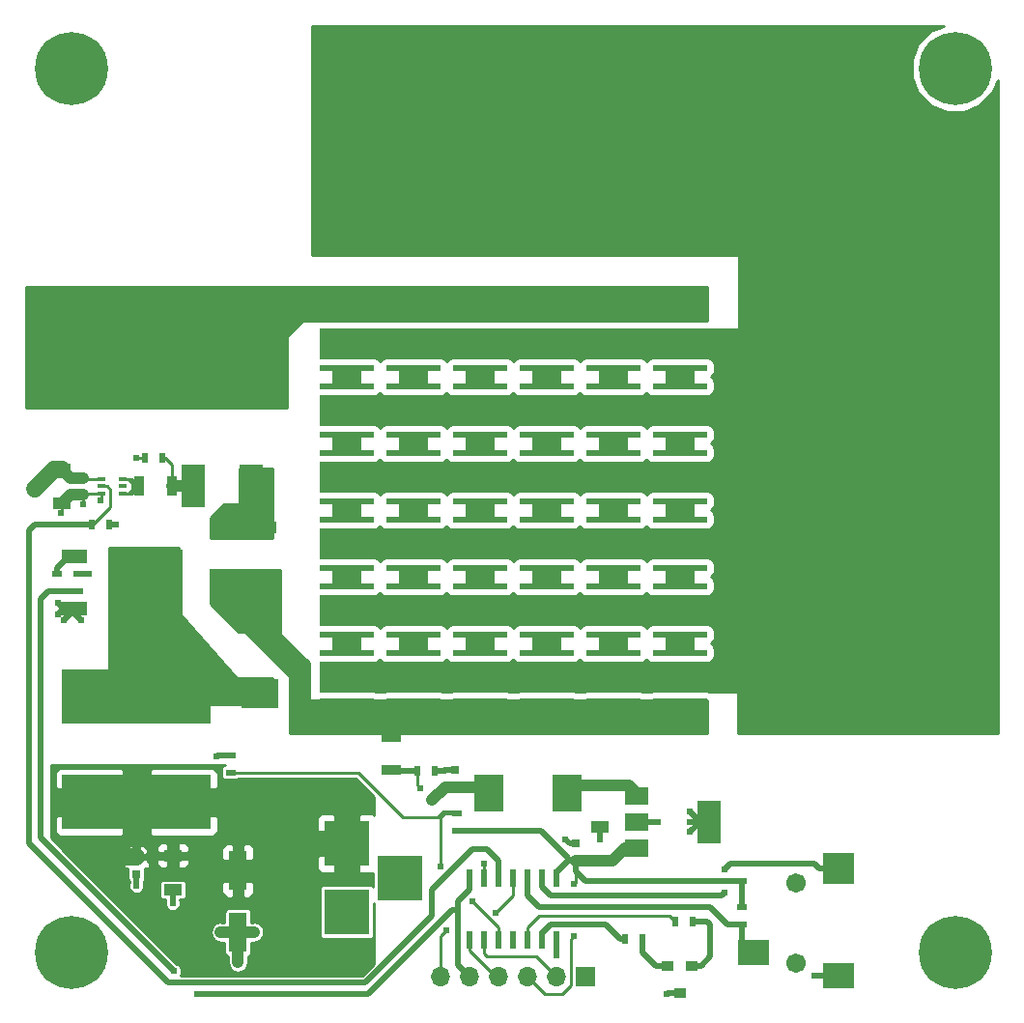
<source format=gbr>
G04 #@! TF.FileFunction,Copper,L1,Top,Signal*
%FSLAX46Y46*%
G04 Gerber Fmt 4.6, Leading zero omitted, Abs format (unit mm)*
G04 Created by KiCad (PCBNEW 4.0.7) date 03/08/18 15:58:25*
%MOMM*%
%LPD*%
G01*
G04 APERTURE LIST*
%ADD10C,0.100000*%
%ADD11R,2.400000X2.400000*%
%ADD12C,2.400000*%
%ADD13R,4.780000X0.500000*%
%ADD14R,4.780000X2.780000*%
%ADD15R,13.000000X4.750000*%
%ADD16R,1.600000X1.000000*%
%ADD17R,2.000000X3.800000*%
%ADD18R,2.000000X1.500000*%
%ADD19R,2.082800X3.810000*%
%ADD20R,11.430000X8.890000*%
%ADD21R,2.750000X3.050000*%
%ADD22R,2.794000X2.209800*%
%ADD23R,2.794000X2.794000*%
%ADD24C,1.701800*%
%ADD25R,1.700000X0.900000*%
%ADD26C,6.400000*%
%ADD27R,0.500000X0.900000*%
%ADD28R,0.900000X0.500000*%
%ADD29R,2.200000X1.200000*%
%ADD30R,6.400000X5.800000*%
%ADD31R,3.050000X2.750000*%
%ADD32R,1.700000X1.700000*%
%ADD33O,1.700000X1.700000*%
%ADD34R,4.000000X4.000000*%
%ADD35R,3.300000X2.500000*%
%ADD36R,1.000000X0.900000*%
%ADD37R,0.750000X0.800000*%
%ADD38R,1.600000X3.500000*%
%ADD39R,0.600000X1.500000*%
%ADD40R,2.500000X3.300000*%
%ADD41R,0.900000X1.700000*%
%ADD42R,0.650000X0.400000*%
%ADD43R,3.000000X1.000000*%
%ADD44C,0.609600*%
%ADD45C,1.270000*%
%ADD46C,1.016000*%
%ADD47C,1.524000*%
%ADD48C,0.254000*%
%ADD49C,0.508000*%
G04 APERTURE END LIST*
D10*
D11*
X43180000Y-74930000D03*
D12*
X43180000Y-69930000D03*
D13*
X53975000Y-67799000D03*
X53975000Y-63519000D03*
D14*
X53975000Y-65659000D03*
D13*
X71501000Y-73641000D03*
X71501000Y-69361000D03*
D14*
X71501000Y-71501000D03*
D15*
X35560000Y-84910000D03*
X35560000Y-94160000D03*
D16*
X38735000Y-98830000D03*
X38735000Y-101830000D03*
X28987750Y-64978148D03*
X28987750Y-67978148D03*
X76200000Y-99290000D03*
X76200000Y-96290000D03*
D17*
X85700000Y-95885000D03*
D18*
X79400000Y-95885000D03*
X79400000Y-98185000D03*
X79400000Y-93585000D03*
D19*
X40513000Y-66421000D03*
X45593000Y-66421000D03*
D20*
X43053000Y-54864000D03*
D21*
X44578000Y-53248000D03*
X41528000Y-56598000D03*
X41528000Y-53248000D03*
X44578000Y-56598000D03*
D22*
X89636600Y-107365800D03*
D23*
X97053400Y-99974400D03*
D22*
X97053400Y-109372400D03*
D24*
X93345000Y-101244400D03*
X93345000Y-108254800D03*
D25*
X57912000Y-91366000D03*
X57912000Y-88466000D03*
D26*
X107315000Y-29845000D03*
X29845000Y-29845000D03*
X107315000Y-107315000D03*
X29845000Y-107315000D03*
D27*
X61710000Y-91440000D03*
X60210000Y-91440000D03*
D28*
X30480000Y-74180000D03*
X30480000Y-75680000D03*
X28575000Y-75680000D03*
X28575000Y-74180000D03*
D27*
X36334000Y-64008000D03*
X37834000Y-64008000D03*
X33135000Y-69850000D03*
X31635000Y-69850000D03*
X84316000Y-104648000D03*
X82816000Y-104648000D03*
X79871000Y-106172000D03*
X78371000Y-106172000D03*
D29*
X30090000Y-72650000D03*
X30090000Y-77210000D03*
D30*
X36390000Y-74930000D03*
D31*
X38065000Y-76455000D03*
X34715000Y-73405000D03*
X38065000Y-73405000D03*
X34715000Y-76455000D03*
D32*
X74930000Y-109474000D03*
D33*
X72390000Y-109474000D03*
X69850000Y-109474000D03*
X67310000Y-109474000D03*
X64770000Y-109474000D03*
X62230000Y-109474000D03*
D34*
X53975000Y-97790000D03*
X53975000Y-103790000D03*
X58675000Y-100790000D03*
D35*
X46355000Y-77880000D03*
X46355000Y-84680000D03*
D36*
X84235000Y-108528000D03*
X82135000Y-108528000D03*
X83185000Y-110928000D03*
D37*
X35560000Y-100445000D03*
X35560000Y-98945000D03*
X30892750Y-67228148D03*
X30892750Y-65728148D03*
X74041000Y-97802000D03*
X74041000Y-99302000D03*
X63500000Y-91325000D03*
X63500000Y-92825000D03*
D38*
X44450000Y-100170000D03*
X44450000Y-105570000D03*
D39*
X72390000Y-100805000D03*
X71120000Y-100805000D03*
X69850000Y-100805000D03*
X68580000Y-100805000D03*
X67310000Y-100805000D03*
X66040000Y-100805000D03*
X64770000Y-100805000D03*
X64770000Y-106205000D03*
X66040000Y-106205000D03*
X67310000Y-106205000D03*
X68580000Y-106205000D03*
X69850000Y-106205000D03*
X71120000Y-106205000D03*
X72390000Y-106205000D03*
D28*
X88646000Y-99580000D03*
X88646000Y-101080000D03*
X88646000Y-103390000D03*
X88646000Y-104890000D03*
D13*
X53975000Y-85325000D03*
X53975000Y-81045000D03*
D14*
X53975000Y-83185000D03*
D13*
X53975000Y-79483000D03*
X53975000Y-75203000D03*
D14*
X53975000Y-77343000D03*
D13*
X53975000Y-73641000D03*
X53975000Y-69361000D03*
D14*
X53975000Y-71501000D03*
D13*
X53975000Y-61957000D03*
X53975000Y-57677000D03*
D14*
X53975000Y-59817000D03*
D13*
X53975000Y-56115000D03*
X53975000Y-51835000D03*
D14*
X53975000Y-53975000D03*
D13*
X59817000Y-85325000D03*
X59817000Y-81045000D03*
D14*
X59817000Y-83185000D03*
D13*
X59817000Y-79483000D03*
X59817000Y-75203000D03*
D14*
X59817000Y-77343000D03*
D13*
X59817000Y-73641000D03*
X59817000Y-69361000D03*
D14*
X59817000Y-71501000D03*
D13*
X59817000Y-67799000D03*
X59817000Y-63519000D03*
D14*
X59817000Y-65659000D03*
D13*
X59817000Y-61957000D03*
X59817000Y-57677000D03*
D14*
X59817000Y-59817000D03*
D13*
X59817000Y-56115000D03*
X59817000Y-51835000D03*
D14*
X59817000Y-53975000D03*
D13*
X65659000Y-85325000D03*
X65659000Y-81045000D03*
D14*
X65659000Y-83185000D03*
D13*
X65659000Y-79483000D03*
X65659000Y-75203000D03*
D14*
X65659000Y-77343000D03*
D13*
X65659000Y-73641000D03*
X65659000Y-69361000D03*
D14*
X65659000Y-71501000D03*
D13*
X65659000Y-67799000D03*
X65659000Y-63519000D03*
D14*
X65659000Y-65659000D03*
D13*
X65659000Y-61957000D03*
X65659000Y-57677000D03*
D14*
X65659000Y-59817000D03*
D13*
X65659000Y-56115000D03*
X65659000Y-51835000D03*
D14*
X65659000Y-53975000D03*
D13*
X71501000Y-85325000D03*
X71501000Y-81045000D03*
D14*
X71501000Y-83185000D03*
D13*
X71501000Y-79483000D03*
X71501000Y-75203000D03*
D14*
X71501000Y-77343000D03*
D13*
X71501000Y-67799000D03*
X71501000Y-63519000D03*
D14*
X71501000Y-65659000D03*
D13*
X71501000Y-61957000D03*
X71501000Y-57677000D03*
D14*
X71501000Y-59817000D03*
D13*
X71501000Y-56115000D03*
X71501000Y-51835000D03*
D14*
X71501000Y-53975000D03*
D40*
X73250000Y-93345000D03*
X66450000Y-93345000D03*
D13*
X77343000Y-85325000D03*
X77343000Y-81045000D03*
D14*
X77343000Y-83185000D03*
D41*
X38692750Y-66478148D03*
X35792750Y-66478148D03*
D28*
X63627000Y-96635000D03*
X63627000Y-95135000D03*
D42*
X32482750Y-65828148D03*
X32482750Y-67128148D03*
X34382750Y-66478148D03*
X32482750Y-66478148D03*
X34382750Y-67128148D03*
X34382750Y-65828148D03*
D28*
X43815000Y-90055000D03*
X43815000Y-91555000D03*
D43*
X46355000Y-74690000D03*
X46355000Y-70090000D03*
D13*
X77343000Y-79483000D03*
X77343000Y-75203000D03*
D14*
X77343000Y-77343000D03*
D13*
X77343000Y-73641000D03*
X77343000Y-69361000D03*
D14*
X77343000Y-71501000D03*
D13*
X77343000Y-67799000D03*
X77343000Y-63519000D03*
D14*
X77343000Y-65659000D03*
D13*
X77343000Y-61957000D03*
X77343000Y-57677000D03*
D14*
X77343000Y-59817000D03*
D13*
X77343000Y-56115000D03*
X77343000Y-51835000D03*
D14*
X77343000Y-53975000D03*
D13*
X83185000Y-85325000D03*
X83185000Y-81045000D03*
D14*
X83185000Y-83185000D03*
D13*
X83185000Y-79483000D03*
X83185000Y-75203000D03*
D14*
X83185000Y-77343000D03*
D13*
X83185000Y-73641000D03*
X83185000Y-69361000D03*
D14*
X83185000Y-71501000D03*
D13*
X83185000Y-67799000D03*
X83185000Y-63519000D03*
D14*
X83185000Y-65659000D03*
D13*
X83185000Y-61957000D03*
X83185000Y-57677000D03*
D14*
X83185000Y-59817000D03*
D13*
X83185000Y-56115000D03*
X83185000Y-51835000D03*
D14*
X83185000Y-53975000D03*
D44*
X61468000Y-93980000D03*
D45*
X26670000Y-66675000D03*
X31242000Y-99060000D03*
D44*
X62484000Y-91440000D03*
X42545000Y-90170000D03*
X33782000Y-69850000D03*
X28702000Y-77724000D03*
X28702000Y-76708000D03*
X29210000Y-78232000D03*
X30734000Y-78232000D03*
X31369000Y-74168000D03*
X35560000Y-64008000D03*
X28956000Y-68834000D03*
X30861000Y-68072000D03*
X32385000Y-67691000D03*
X84074000Y-96774000D03*
X84074000Y-94996000D03*
X84074000Y-95885000D03*
X81280000Y-95885000D03*
X76200000Y-97409000D03*
X73152000Y-97409000D03*
X72390000Y-107569000D03*
X94996000Y-109347000D03*
X82042000Y-110998000D03*
X35560000Y-101473000D03*
X38735000Y-102997000D03*
X44450000Y-108204000D03*
X42926000Y-105537000D03*
X45847000Y-105537000D03*
X73914000Y-105918000D03*
X73914000Y-101346000D03*
X62738000Y-105410000D03*
X67056000Y-103886000D03*
X87122000Y-102108000D03*
X87122000Y-100076000D03*
X66040000Y-99568000D03*
X60452000Y-92964000D03*
X86106000Y-83185000D03*
X80264000Y-83185000D03*
X74422000Y-83185000D03*
X68580000Y-83185000D03*
X62738000Y-83185000D03*
X56896000Y-83185000D03*
X86106000Y-77343000D03*
X80264000Y-77343000D03*
X74422000Y-77343000D03*
X68580000Y-77343000D03*
X62738000Y-77343000D03*
X56896000Y-77343000D03*
X86106000Y-71501000D03*
X80264000Y-71501000D03*
X74422000Y-71501000D03*
X68580000Y-71501000D03*
X62738000Y-71501000D03*
X56896000Y-71501000D03*
X86106000Y-65659000D03*
X80264000Y-65659000D03*
X74422000Y-65659000D03*
X68580000Y-65659000D03*
X62738000Y-65659000D03*
X56896000Y-65659000D03*
X86106000Y-59817000D03*
X80264000Y-59817000D03*
X74422000Y-59817000D03*
X68580000Y-59817000D03*
X62738000Y-59817000D03*
X56896000Y-59817000D03*
X80264000Y-53975000D03*
X68580000Y-53975000D03*
X56896000Y-53975000D03*
X62738000Y-53975000D03*
X74422000Y-53975000D03*
X86106000Y-53975000D03*
X40894000Y-110998000D03*
X38862000Y-108966000D03*
X65024000Y-102870000D03*
X62230000Y-99822000D03*
D46*
X63500000Y-92825000D02*
X65930000Y-92825000D01*
X65930000Y-92825000D02*
X66450000Y-93345000D01*
X63500000Y-92825000D02*
X62623000Y-92825000D01*
X62623000Y-92825000D02*
X61468000Y-93980000D01*
D47*
X26670000Y-66675000D02*
X28366852Y-64978148D01*
X28366852Y-64978148D02*
X28987750Y-64978148D01*
X31357000Y-98945000D02*
X31242000Y-99060000D01*
X35560000Y-98945000D02*
X31357000Y-98945000D01*
D48*
X32482750Y-65828148D02*
X30992750Y-65828148D01*
X30992750Y-65828148D02*
X30892750Y-65728148D01*
D46*
X30892750Y-65728148D02*
X29737750Y-65728148D01*
X29737750Y-65728148D02*
X28987750Y-64978148D01*
D48*
X30992750Y-65828148D02*
X30892750Y-65728148D01*
D49*
X63500000Y-91325000D02*
X62599000Y-91325000D01*
X62484000Y-91440000D02*
X61710000Y-91440000D01*
X62599000Y-91325000D02*
X62484000Y-91440000D01*
X43815000Y-90055000D02*
X42660000Y-90055000D01*
X42660000Y-90055000D02*
X42545000Y-90170000D01*
X33135000Y-69850000D02*
X33782000Y-69850000D01*
X30090000Y-77210000D02*
X29216000Y-77210000D01*
X29216000Y-77210000D02*
X28702000Y-77724000D01*
X30090000Y-77210000D02*
X29204000Y-77210000D01*
X29204000Y-77210000D02*
X28702000Y-76708000D01*
X30090000Y-77210000D02*
X30090000Y-77352000D01*
X30090000Y-77352000D02*
X29210000Y-78232000D01*
X30090000Y-77210000D02*
X30090000Y-77588000D01*
X30090000Y-77588000D02*
X30734000Y-78232000D01*
X30480000Y-74180000D02*
X31357000Y-74180000D01*
X31357000Y-74180000D02*
X31369000Y-74168000D01*
D48*
X36334000Y-64008000D02*
X35560000Y-64008000D01*
X28987750Y-67978148D02*
X28987750Y-68802250D01*
X28987750Y-68802250D02*
X28956000Y-68834000D01*
X30892750Y-67228148D02*
X30892750Y-68040250D01*
X30892750Y-68040250D02*
X30861000Y-68072000D01*
X32482750Y-67128148D02*
X32482750Y-67593250D01*
X32482750Y-67593250D02*
X32385000Y-67691000D01*
X32482750Y-67128148D02*
X30992750Y-67128148D01*
X30992750Y-67128148D02*
X30892750Y-67228148D01*
D46*
X30892750Y-67228148D02*
X29737750Y-67228148D01*
X29737750Y-67228148D02*
X28987750Y-67978148D01*
D49*
X85700000Y-95885000D02*
X84963000Y-95885000D01*
X84963000Y-95885000D02*
X84074000Y-96774000D01*
X84963000Y-95885000D02*
X84074000Y-94996000D01*
X85700000Y-95885000D02*
X84074000Y-95885000D01*
X79400000Y-95885000D02*
X81280000Y-95885000D01*
X76200000Y-96290000D02*
X76200000Y-97409000D01*
X74041000Y-97802000D02*
X73545000Y-97802000D01*
X73545000Y-97802000D02*
X73152000Y-97409000D01*
X72390000Y-106205000D02*
X72390000Y-107569000D01*
X97053400Y-109372400D02*
X95021400Y-109372400D01*
X95021400Y-109372400D02*
X94996000Y-109347000D01*
X83185000Y-110928000D02*
X82112000Y-110928000D01*
X82112000Y-110928000D02*
X82042000Y-110998000D01*
X35560000Y-100445000D02*
X35560000Y-101473000D01*
X38735000Y-101830000D02*
X38735000Y-102997000D01*
D46*
X44450000Y-105570000D02*
X44450000Y-108204000D01*
X44450000Y-105570000D02*
X42959000Y-105570000D01*
X42959000Y-105570000D02*
X42926000Y-105537000D01*
X44450000Y-105570000D02*
X45814000Y-105570000D01*
X45814000Y-105570000D02*
X45847000Y-105537000D01*
D48*
X30992750Y-67128148D02*
X30892750Y-67228148D01*
D49*
X74041000Y-99302000D02*
X76188000Y-99302000D01*
X76188000Y-99302000D02*
X76200000Y-99290000D01*
D48*
X74041000Y-100203000D02*
X74041000Y-101219000D01*
X71374000Y-110998000D02*
X69850000Y-109474000D01*
X72898000Y-110998000D02*
X71374000Y-110998000D01*
X73660000Y-110236000D02*
X72898000Y-110998000D01*
X73660000Y-106172000D02*
X73660000Y-110236000D01*
X73914000Y-105918000D02*
X73660000Y-106172000D01*
X74041000Y-101219000D02*
X73914000Y-101346000D01*
D49*
X73406000Y-99314000D02*
X73406000Y-99060000D01*
X70981000Y-96635000D02*
X63627000Y-96635000D01*
X73406000Y-99060000D02*
X70981000Y-96635000D01*
X88646000Y-101080000D02*
X88646000Y-103390000D01*
X74041000Y-99302000D02*
X74041000Y-100203000D01*
X74918000Y-101080000D02*
X88646000Y-101080000D01*
X74041000Y-100203000D02*
X74918000Y-101080000D01*
X72390000Y-100805000D02*
X72390000Y-100330000D01*
X72390000Y-100330000D02*
X73406000Y-99314000D01*
X73406000Y-99314000D02*
X73430000Y-99290000D01*
X73430000Y-99290000D02*
X74029000Y-99290000D01*
X74029000Y-99290000D02*
X74041000Y-99302000D01*
D46*
X79400000Y-98185000D02*
X78345000Y-98185000D01*
X77240000Y-99290000D02*
X74053000Y-99290000D01*
X78345000Y-98185000D02*
X77240000Y-99290000D01*
X74053000Y-99290000D02*
X74041000Y-99302000D01*
D49*
X84316000Y-104648000D02*
X85598000Y-104648000D01*
X85020000Y-108528000D02*
X84235000Y-108528000D01*
X85852000Y-107696000D02*
X85020000Y-108528000D01*
X85852000Y-104902000D02*
X85852000Y-107696000D01*
X85598000Y-104648000D02*
X85852000Y-104902000D01*
X82135000Y-108528000D02*
X81096000Y-108528000D01*
X79871000Y-107303000D02*
X79871000Y-106172000D01*
X81096000Y-108528000D02*
X79871000Y-107303000D01*
D48*
X66040000Y-106205000D02*
X66040000Y-107442000D01*
X70612000Y-107696000D02*
X72390000Y-109474000D01*
X66294000Y-107696000D02*
X70612000Y-107696000D01*
X66040000Y-107442000D02*
X66294000Y-107696000D01*
X67310000Y-109474000D02*
X67056000Y-109474000D01*
X67056000Y-109474000D02*
X64770000Y-107188000D01*
X64770000Y-107188000D02*
X64770000Y-106205000D01*
X68580000Y-100805000D02*
X68580000Y-102362000D01*
X62230000Y-105918000D02*
X62230000Y-109474000D01*
X62738000Y-105410000D02*
X62230000Y-105918000D01*
X68580000Y-102362000D02*
X67056000Y-103886000D01*
X62230000Y-109220000D02*
X62230000Y-109474000D01*
D49*
X88646000Y-99580000D02*
X87618000Y-99580000D01*
X71120000Y-101600000D02*
X71120000Y-100805000D01*
X71882000Y-102362000D02*
X71120000Y-101600000D01*
X86868000Y-102362000D02*
X71882000Y-102362000D01*
X87122000Y-102108000D02*
X86868000Y-102362000D01*
X87618000Y-99580000D02*
X87122000Y-100076000D01*
X97053400Y-99974400D02*
X95402400Y-99974400D01*
X95008000Y-99580000D02*
X88646000Y-99580000D01*
X95402400Y-99974400D02*
X95008000Y-99580000D01*
X88646000Y-104890000D02*
X87364000Y-104890000D01*
X69850000Y-102362000D02*
X69850000Y-100805000D01*
X70866000Y-103378000D02*
X69850000Y-102362000D01*
X85852000Y-103378000D02*
X70866000Y-103378000D01*
X87364000Y-104890000D02*
X85852000Y-103378000D01*
X88646000Y-104890000D02*
X88646000Y-106375200D01*
X88646000Y-106375200D02*
X89636600Y-107365800D01*
X57912000Y-88466000D02*
X57912000Y-86360000D01*
X57912000Y-86360000D02*
X58947000Y-85325000D01*
X58947000Y-85325000D02*
X59817000Y-85325000D01*
X28575000Y-74180000D02*
X28575000Y-73660000D01*
X28575000Y-73660000D02*
X29585000Y-72650000D01*
X29585000Y-72650000D02*
X30090000Y-72650000D01*
D46*
X38692750Y-66478148D02*
X40455852Y-66478148D01*
X40455852Y-66478148D02*
X40513000Y-66421000D01*
D48*
X38692750Y-66478148D02*
X38692750Y-64600750D01*
X38100000Y-64008000D02*
X37834000Y-64008000D01*
X38692750Y-64600750D02*
X38100000Y-64008000D01*
D49*
X38500750Y-66670148D02*
X38692750Y-66478148D01*
D48*
X60210000Y-91440000D02*
X60210000Y-92722000D01*
X66040000Y-99568000D02*
X66040000Y-100805000D01*
X60210000Y-92722000D02*
X60452000Y-92964000D01*
D49*
X60210000Y-91440000D02*
X57986000Y-91440000D01*
X57986000Y-91440000D02*
X57912000Y-91366000D01*
X71120000Y-106205000D02*
X71120000Y-105664000D01*
X71120000Y-105664000D02*
X71882000Y-104902000D01*
X71882000Y-104902000D02*
X76708000Y-104902000D01*
X76708000Y-104902000D02*
X77978000Y-106172000D01*
X77978000Y-106172000D02*
X78371000Y-106172000D01*
D48*
X31635000Y-69850000D02*
X31750000Y-69850000D01*
X31750000Y-69850000D02*
X33274000Y-68326000D01*
X32950148Y-66478148D02*
X32482750Y-66478148D01*
X33274000Y-66802000D02*
X32950148Y-66478148D01*
X33274000Y-68326000D02*
X33274000Y-66802000D01*
D49*
X31635000Y-69850000D02*
X26670000Y-69850000D01*
X26162000Y-97790000D02*
X26162000Y-70358000D01*
X67310000Y-99314000D02*
X66294000Y-98298000D01*
X66294000Y-98298000D02*
X65024000Y-98298000D01*
X65024000Y-98298000D02*
X61468000Y-101854000D01*
X61468000Y-101854000D02*
X61468000Y-104140000D01*
X67310000Y-99314000D02*
X67310000Y-100805000D01*
X55626000Y-109982000D02*
X38354000Y-109982000D01*
X61468000Y-104140000D02*
X55626000Y-109982000D01*
X38354000Y-109982000D02*
X26162000Y-97790000D01*
X26162000Y-70358000D02*
X26670000Y-69850000D01*
D48*
X53975000Y-83185000D02*
X56896000Y-83185000D01*
X74422000Y-83185000D02*
X80264000Y-83185000D01*
X62738000Y-83185000D02*
X68580000Y-83185000D01*
X53975000Y-77343000D02*
X56896000Y-77343000D01*
X74422000Y-77343000D02*
X80264000Y-77343000D01*
X62738000Y-77343000D02*
X68580000Y-77343000D01*
X53975000Y-71501000D02*
X56896000Y-71501000D01*
X74422000Y-71501000D02*
X80264000Y-71501000D01*
X62738000Y-71501000D02*
X68580000Y-71501000D01*
X53975000Y-65659000D02*
X56896000Y-65659000D01*
X74422000Y-65659000D02*
X80264000Y-65659000D01*
X62738000Y-65659000D02*
X68580000Y-65659000D01*
X53975000Y-59817000D02*
X56896000Y-59817000D01*
X74422000Y-59817000D02*
X80264000Y-59817000D01*
X62738000Y-59817000D02*
X68580000Y-59817000D01*
X56896000Y-53975000D02*
X53975000Y-53975000D01*
D49*
X28575000Y-75680000D02*
X30480000Y-75680000D01*
X27178000Y-97282000D02*
X27178000Y-76327000D01*
X27825000Y-75680000D02*
X28575000Y-75680000D01*
X27178000Y-76327000D02*
X27825000Y-75680000D01*
X38862000Y-108966000D02*
X27178000Y-97282000D01*
X63246000Y-103632000D02*
X55880000Y-110998000D01*
X63754000Y-103632000D02*
X63246000Y-103632000D01*
X55880000Y-110998000D02*
X40894000Y-110998000D01*
X64770000Y-100805000D02*
X64770000Y-101854000D01*
X63754000Y-108458000D02*
X64770000Y-109474000D01*
X63754000Y-102870000D02*
X63754000Y-103632000D01*
X63754000Y-103632000D02*
X63754000Y-108458000D01*
X64770000Y-101854000D02*
X63754000Y-102870000D01*
D48*
X69850000Y-106205000D02*
X69850000Y-105156000D01*
X82308000Y-104140000D02*
X82816000Y-104648000D01*
X70866000Y-104140000D02*
X82308000Y-104140000D01*
X69850000Y-105156000D02*
X70866000Y-104140000D01*
D46*
X79400000Y-93585000D02*
X79400000Y-93370000D01*
X79400000Y-93370000D02*
X78740000Y-92710000D01*
X78740000Y-92710000D02*
X73123000Y-92710000D01*
D48*
X34382750Y-67128148D02*
X35142750Y-67128148D01*
X35142750Y-67128148D02*
X35792750Y-66478148D01*
X34814750Y-65828148D02*
X35142750Y-65828148D01*
X35142750Y-65828148D02*
X35792750Y-66478148D01*
X35792750Y-66478148D02*
X35464750Y-66478148D01*
X35464750Y-66478148D02*
X35210750Y-66224148D01*
X34382750Y-65828148D02*
X34814750Y-65828148D01*
X35210750Y-66224148D02*
X35210750Y-66478148D01*
X34814750Y-65828148D02*
X35210750Y-66224148D01*
X35464750Y-66478148D02*
X35210750Y-66732148D01*
X34382750Y-67128148D02*
X34814750Y-67128148D01*
X35210750Y-66478148D02*
X35792750Y-66478148D01*
X35210750Y-66732148D02*
X35210750Y-66478148D01*
X34814750Y-67128148D02*
X35210750Y-66732148D01*
X43815000Y-91555000D02*
X54979000Y-91555000D01*
X62484000Y-94996000D02*
X63488000Y-94996000D01*
X61976000Y-95504000D02*
X62484000Y-94996000D01*
X58928000Y-95504000D02*
X61976000Y-95504000D01*
X54979000Y-91555000D02*
X58928000Y-95504000D01*
X63488000Y-94996000D02*
X63627000Y-95135000D01*
X62230000Y-95504000D02*
X62230000Y-99822000D01*
X67310000Y-105156000D02*
X65024000Y-102870000D01*
X62230000Y-95504000D02*
X62599000Y-95135000D01*
X63627000Y-95135000D02*
X62599000Y-95135000D01*
X67310000Y-105156000D02*
X67310000Y-106205000D01*
G36*
X43223810Y-90943103D02*
X43094135Y-91026546D01*
X43007141Y-91153866D01*
X42976536Y-91305000D01*
X42976536Y-91805000D01*
X43003103Y-91946190D01*
X43086546Y-92075865D01*
X43213866Y-92162859D01*
X43365000Y-92193464D01*
X44265000Y-92193464D01*
X44406190Y-92166897D01*
X44535865Y-92083454D01*
X44549841Y-92063000D01*
X54768580Y-92063000D01*
X56388000Y-93682420D01*
X56388000Y-95304974D01*
X56334699Y-95251673D01*
X56101310Y-95155000D01*
X55133750Y-95155000D01*
X54975000Y-95313750D01*
X54975000Y-96790000D01*
X55138000Y-96790000D01*
X55138000Y-98790000D01*
X54975000Y-98790000D01*
X54975000Y-100266250D01*
X55133750Y-100425000D01*
X56101310Y-100425000D01*
X56286536Y-100348277D01*
X56286536Y-101570546D01*
X56253454Y-101519135D01*
X56126134Y-101432141D01*
X55975000Y-101401536D01*
X51975000Y-101401536D01*
X51833810Y-101428103D01*
X51704135Y-101511546D01*
X51617141Y-101638866D01*
X51586536Y-101790000D01*
X51586536Y-105790000D01*
X51613103Y-105931190D01*
X51696546Y-106060865D01*
X51823866Y-106147859D01*
X51975000Y-106178464D01*
X55975000Y-106178464D01*
X56116190Y-106151897D01*
X56245865Y-106068454D01*
X56332859Y-105941134D01*
X56363464Y-105790000D01*
X56363464Y-103009454D01*
X56388000Y-103047584D01*
X56388000Y-108321974D01*
X55362974Y-109347000D01*
X39446368Y-109347000D01*
X39547681Y-109103013D01*
X39547919Y-108830184D01*
X39443732Y-108578033D01*
X39250982Y-108384946D01*
X39127838Y-108333812D01*
X36331026Y-105537000D01*
X42037000Y-105537000D01*
X42104671Y-105877205D01*
X42297382Y-106165618D01*
X42330382Y-106198618D01*
X42618794Y-106391329D01*
X42959000Y-106459000D01*
X43261536Y-106459000D01*
X43261536Y-107320000D01*
X43288103Y-107461190D01*
X43371546Y-107590865D01*
X43498866Y-107677859D01*
X43561000Y-107690441D01*
X43561000Y-108204000D01*
X43628671Y-108544206D01*
X43821382Y-108832618D01*
X44109794Y-109025329D01*
X44450000Y-109093000D01*
X44790206Y-109025329D01*
X45078618Y-108832618D01*
X45271329Y-108544206D01*
X45339000Y-108204000D01*
X45339000Y-107691717D01*
X45391190Y-107681897D01*
X45520865Y-107598454D01*
X45607859Y-107471134D01*
X45638464Y-107320000D01*
X45638464Y-106459000D01*
X45814000Y-106459000D01*
X46154206Y-106391329D01*
X46442618Y-106198618D01*
X46475618Y-106165618D01*
X46668329Y-105877205D01*
X46736000Y-105537000D01*
X46668329Y-105196795D01*
X46475618Y-104908382D01*
X46187205Y-104715671D01*
X45847000Y-104648000D01*
X45681098Y-104681000D01*
X45638464Y-104681000D01*
X45638464Y-103820000D01*
X45611897Y-103678810D01*
X45528454Y-103549135D01*
X45401134Y-103462141D01*
X45250000Y-103431536D01*
X43650000Y-103431536D01*
X43508810Y-103458103D01*
X43379135Y-103541546D01*
X43292141Y-103668866D01*
X43261536Y-103820000D01*
X43261536Y-104681000D01*
X43091902Y-104681000D01*
X42926000Y-104648000D01*
X42585795Y-104715671D01*
X42297382Y-104908382D01*
X42104671Y-105196795D01*
X42037000Y-105537000D01*
X36331026Y-105537000D01*
X30139026Y-99345000D01*
X34416998Y-99345000D01*
X34416998Y-99980000D01*
X34809699Y-99980000D01*
X34796536Y-100045000D01*
X34796536Y-100845000D01*
X34823103Y-100986190D01*
X34906546Y-101115865D01*
X34925000Y-101128474D01*
X34925000Y-101213934D01*
X34874319Y-101335987D01*
X34874081Y-101608816D01*
X34978268Y-101860967D01*
X35171018Y-102054054D01*
X35422987Y-102158681D01*
X35695816Y-102158919D01*
X35947967Y-102054732D01*
X36141054Y-101861982D01*
X36245681Y-101610013D01*
X36245919Y-101337184D01*
X36242951Y-101330000D01*
X37546536Y-101330000D01*
X37546536Y-102330000D01*
X37573103Y-102471190D01*
X37656546Y-102600865D01*
X37783866Y-102687859D01*
X37935000Y-102718464D01*
X38100000Y-102718464D01*
X38100000Y-102737934D01*
X38049319Y-102859987D01*
X38049081Y-103132816D01*
X38153268Y-103384967D01*
X38346018Y-103578054D01*
X38597987Y-103682681D01*
X38870816Y-103682919D01*
X39122967Y-103578732D01*
X39316054Y-103385982D01*
X39420681Y-103134013D01*
X39420919Y-102861184D01*
X39370000Y-102737951D01*
X39370000Y-102718464D01*
X39535000Y-102718464D01*
X39676190Y-102691897D01*
X39805865Y-102608454D01*
X39892859Y-102481134D01*
X39923464Y-102330000D01*
X39923464Y-101330000D01*
X39899709Y-101203750D01*
X43015000Y-101203750D01*
X43015000Y-102046309D01*
X43111673Y-102279698D01*
X43290301Y-102458327D01*
X43523690Y-102555000D01*
X43891250Y-102555000D01*
X44050000Y-102396250D01*
X44050000Y-101045000D01*
X44850000Y-101045000D01*
X44850000Y-102396250D01*
X45008750Y-102555000D01*
X45376310Y-102555000D01*
X45609699Y-102458327D01*
X45788327Y-102279698D01*
X45885000Y-102046309D01*
X45885000Y-101203750D01*
X45726250Y-101045000D01*
X44850000Y-101045000D01*
X44050000Y-101045000D01*
X43173750Y-101045000D01*
X43015000Y-101203750D01*
X39899709Y-101203750D01*
X39896897Y-101188810D01*
X39813454Y-101059135D01*
X39686134Y-100972141D01*
X39535000Y-100941536D01*
X37935000Y-100941536D01*
X37793810Y-100968103D01*
X37664135Y-101051546D01*
X37577141Y-101178866D01*
X37546536Y-101330000D01*
X36242951Y-101330000D01*
X36195000Y-101213951D01*
X36195000Y-101130445D01*
X36205865Y-101123454D01*
X36292859Y-100996134D01*
X36323464Y-100845000D01*
X36323464Y-100045000D01*
X36311233Y-99980000D01*
X36703002Y-99980000D01*
X36703002Y-99345000D01*
X36570000Y-99345000D01*
X36570000Y-99303750D01*
X36505000Y-99238750D01*
X37300000Y-99238750D01*
X37300000Y-99456309D01*
X37396673Y-99689698D01*
X37575301Y-99868327D01*
X37808690Y-99965000D01*
X38176250Y-99965000D01*
X38335000Y-99806250D01*
X38335000Y-99080000D01*
X39135000Y-99080000D01*
X39135000Y-99806250D01*
X39293750Y-99965000D01*
X39661310Y-99965000D01*
X39894699Y-99868327D01*
X40073327Y-99689698D01*
X40170000Y-99456309D01*
X40170000Y-99238750D01*
X40011250Y-99080000D01*
X39135000Y-99080000D01*
X38335000Y-99080000D01*
X37458750Y-99080000D01*
X37300000Y-99238750D01*
X36505000Y-99238750D01*
X36411250Y-99145000D01*
X35747500Y-99145000D01*
X35747500Y-99345000D01*
X35372500Y-99345000D01*
X35372500Y-99145000D01*
X34708750Y-99145000D01*
X34550000Y-99303750D01*
X34550000Y-99345000D01*
X34416998Y-99345000D01*
X30139026Y-99345000D01*
X29212717Y-98418691D01*
X34550000Y-98418691D01*
X34550000Y-98586250D01*
X34708750Y-98745000D01*
X35372500Y-98745000D01*
X35372500Y-98068750D01*
X35747500Y-98068750D01*
X35747500Y-98745000D01*
X36411250Y-98745000D01*
X36570000Y-98586250D01*
X36570000Y-98418691D01*
X36480944Y-98203691D01*
X37300000Y-98203691D01*
X37300000Y-98421250D01*
X37458750Y-98580000D01*
X38335000Y-98580000D01*
X38335000Y-97853750D01*
X39135000Y-97853750D01*
X39135000Y-98580000D01*
X40011250Y-98580000D01*
X40170000Y-98421250D01*
X40170000Y-98293691D01*
X43015000Y-98293691D01*
X43015000Y-99136250D01*
X43173750Y-99295000D01*
X44050000Y-99295000D01*
X44050000Y-97943750D01*
X44850000Y-97943750D01*
X44850000Y-99295000D01*
X45726250Y-99295000D01*
X45885000Y-99136250D01*
X45885000Y-98948750D01*
X51340000Y-98948750D01*
X51340000Y-99916309D01*
X51436673Y-100149698D01*
X51615301Y-100328327D01*
X51848690Y-100425000D01*
X52816250Y-100425000D01*
X52975000Y-100266250D01*
X52975000Y-98790000D01*
X51498750Y-98790000D01*
X51340000Y-98948750D01*
X45885000Y-98948750D01*
X45885000Y-98293691D01*
X45788327Y-98060302D01*
X45609699Y-97881673D01*
X45376310Y-97785000D01*
X45008750Y-97785000D01*
X44850000Y-97943750D01*
X44050000Y-97943750D01*
X43891250Y-97785000D01*
X43523690Y-97785000D01*
X43290301Y-97881673D01*
X43111673Y-98060302D01*
X43015000Y-98293691D01*
X40170000Y-98293691D01*
X40170000Y-98203691D01*
X40073327Y-97970302D01*
X39894699Y-97791673D01*
X39661310Y-97695000D01*
X39293750Y-97695000D01*
X39135000Y-97853750D01*
X38335000Y-97853750D01*
X38176250Y-97695000D01*
X37808690Y-97695000D01*
X37575301Y-97791673D01*
X37396673Y-97970302D01*
X37300000Y-98203691D01*
X36480944Y-98203691D01*
X36473327Y-98185302D01*
X36294699Y-98006673D01*
X36061310Y-97910000D01*
X35906250Y-97910000D01*
X35747500Y-98068750D01*
X35372500Y-98068750D01*
X35213750Y-97910000D01*
X35058690Y-97910000D01*
X34825301Y-98006673D01*
X34646673Y-98185302D01*
X34550000Y-98418691D01*
X29212717Y-98418691D01*
X28067000Y-97272974D01*
X28067000Y-95461750D01*
X28425000Y-95461750D01*
X28425000Y-96661309D01*
X28521673Y-96894698D01*
X28700301Y-97073327D01*
X28933690Y-97170000D01*
X34258250Y-97170000D01*
X34417000Y-97011250D01*
X34417000Y-95303000D01*
X36703000Y-95303000D01*
X36703000Y-97011250D01*
X36861750Y-97170000D01*
X42186310Y-97170000D01*
X42419699Y-97073327D01*
X42598327Y-96894698D01*
X42695000Y-96661309D01*
X42695000Y-95663691D01*
X51340000Y-95663691D01*
X51340000Y-96631250D01*
X51498750Y-96790000D01*
X52975000Y-96790000D01*
X52975000Y-95313750D01*
X52816250Y-95155000D01*
X51848690Y-95155000D01*
X51615301Y-95251673D01*
X51436673Y-95430302D01*
X51340000Y-95663691D01*
X42695000Y-95663691D01*
X42695000Y-95461750D01*
X42536250Y-95303000D01*
X36703000Y-95303000D01*
X34417000Y-95303000D01*
X28583750Y-95303000D01*
X28425000Y-95461750D01*
X28067000Y-95461750D01*
X28067000Y-91658691D01*
X28425000Y-91658691D01*
X28425000Y-92858250D01*
X28583750Y-93017000D01*
X34417000Y-93017000D01*
X34417000Y-91308750D01*
X36703000Y-91308750D01*
X36703000Y-93017000D01*
X42536250Y-93017000D01*
X42695000Y-92858250D01*
X42695000Y-91658691D01*
X42598327Y-91425302D01*
X42419699Y-91246673D01*
X42186310Y-91150000D01*
X36861750Y-91150000D01*
X36703000Y-91308750D01*
X34417000Y-91308750D01*
X34258250Y-91150000D01*
X28933690Y-91150000D01*
X28700301Y-91246673D01*
X28521673Y-91425302D01*
X28425000Y-91658691D01*
X28067000Y-91658691D01*
X28067000Y-90932000D01*
X43282817Y-90932000D01*
X43223810Y-90943103D01*
X43223810Y-90943103D01*
G37*
X43223810Y-90943103D02*
X43094135Y-91026546D01*
X43007141Y-91153866D01*
X42976536Y-91305000D01*
X42976536Y-91805000D01*
X43003103Y-91946190D01*
X43086546Y-92075865D01*
X43213866Y-92162859D01*
X43365000Y-92193464D01*
X44265000Y-92193464D01*
X44406190Y-92166897D01*
X44535865Y-92083454D01*
X44549841Y-92063000D01*
X54768580Y-92063000D01*
X56388000Y-93682420D01*
X56388000Y-95304974D01*
X56334699Y-95251673D01*
X56101310Y-95155000D01*
X55133750Y-95155000D01*
X54975000Y-95313750D01*
X54975000Y-96790000D01*
X55138000Y-96790000D01*
X55138000Y-98790000D01*
X54975000Y-98790000D01*
X54975000Y-100266250D01*
X55133750Y-100425000D01*
X56101310Y-100425000D01*
X56286536Y-100348277D01*
X56286536Y-101570546D01*
X56253454Y-101519135D01*
X56126134Y-101432141D01*
X55975000Y-101401536D01*
X51975000Y-101401536D01*
X51833810Y-101428103D01*
X51704135Y-101511546D01*
X51617141Y-101638866D01*
X51586536Y-101790000D01*
X51586536Y-105790000D01*
X51613103Y-105931190D01*
X51696546Y-106060865D01*
X51823866Y-106147859D01*
X51975000Y-106178464D01*
X55975000Y-106178464D01*
X56116190Y-106151897D01*
X56245865Y-106068454D01*
X56332859Y-105941134D01*
X56363464Y-105790000D01*
X56363464Y-103009454D01*
X56388000Y-103047584D01*
X56388000Y-108321974D01*
X55362974Y-109347000D01*
X39446368Y-109347000D01*
X39547681Y-109103013D01*
X39547919Y-108830184D01*
X39443732Y-108578033D01*
X39250982Y-108384946D01*
X39127838Y-108333812D01*
X36331026Y-105537000D01*
X42037000Y-105537000D01*
X42104671Y-105877205D01*
X42297382Y-106165618D01*
X42330382Y-106198618D01*
X42618794Y-106391329D01*
X42959000Y-106459000D01*
X43261536Y-106459000D01*
X43261536Y-107320000D01*
X43288103Y-107461190D01*
X43371546Y-107590865D01*
X43498866Y-107677859D01*
X43561000Y-107690441D01*
X43561000Y-108204000D01*
X43628671Y-108544206D01*
X43821382Y-108832618D01*
X44109794Y-109025329D01*
X44450000Y-109093000D01*
X44790206Y-109025329D01*
X45078618Y-108832618D01*
X45271329Y-108544206D01*
X45339000Y-108204000D01*
X45339000Y-107691717D01*
X45391190Y-107681897D01*
X45520865Y-107598454D01*
X45607859Y-107471134D01*
X45638464Y-107320000D01*
X45638464Y-106459000D01*
X45814000Y-106459000D01*
X46154206Y-106391329D01*
X46442618Y-106198618D01*
X46475618Y-106165618D01*
X46668329Y-105877205D01*
X46736000Y-105537000D01*
X46668329Y-105196795D01*
X46475618Y-104908382D01*
X46187205Y-104715671D01*
X45847000Y-104648000D01*
X45681098Y-104681000D01*
X45638464Y-104681000D01*
X45638464Y-103820000D01*
X45611897Y-103678810D01*
X45528454Y-103549135D01*
X45401134Y-103462141D01*
X45250000Y-103431536D01*
X43650000Y-103431536D01*
X43508810Y-103458103D01*
X43379135Y-103541546D01*
X43292141Y-103668866D01*
X43261536Y-103820000D01*
X43261536Y-104681000D01*
X43091902Y-104681000D01*
X42926000Y-104648000D01*
X42585795Y-104715671D01*
X42297382Y-104908382D01*
X42104671Y-105196795D01*
X42037000Y-105537000D01*
X36331026Y-105537000D01*
X30139026Y-99345000D01*
X34416998Y-99345000D01*
X34416998Y-99980000D01*
X34809699Y-99980000D01*
X34796536Y-100045000D01*
X34796536Y-100845000D01*
X34823103Y-100986190D01*
X34906546Y-101115865D01*
X34925000Y-101128474D01*
X34925000Y-101213934D01*
X34874319Y-101335987D01*
X34874081Y-101608816D01*
X34978268Y-101860967D01*
X35171018Y-102054054D01*
X35422987Y-102158681D01*
X35695816Y-102158919D01*
X35947967Y-102054732D01*
X36141054Y-101861982D01*
X36245681Y-101610013D01*
X36245919Y-101337184D01*
X36242951Y-101330000D01*
X37546536Y-101330000D01*
X37546536Y-102330000D01*
X37573103Y-102471190D01*
X37656546Y-102600865D01*
X37783866Y-102687859D01*
X37935000Y-102718464D01*
X38100000Y-102718464D01*
X38100000Y-102737934D01*
X38049319Y-102859987D01*
X38049081Y-103132816D01*
X38153268Y-103384967D01*
X38346018Y-103578054D01*
X38597987Y-103682681D01*
X38870816Y-103682919D01*
X39122967Y-103578732D01*
X39316054Y-103385982D01*
X39420681Y-103134013D01*
X39420919Y-102861184D01*
X39370000Y-102737951D01*
X39370000Y-102718464D01*
X39535000Y-102718464D01*
X39676190Y-102691897D01*
X39805865Y-102608454D01*
X39892859Y-102481134D01*
X39923464Y-102330000D01*
X39923464Y-101330000D01*
X39899709Y-101203750D01*
X43015000Y-101203750D01*
X43015000Y-102046309D01*
X43111673Y-102279698D01*
X43290301Y-102458327D01*
X43523690Y-102555000D01*
X43891250Y-102555000D01*
X44050000Y-102396250D01*
X44050000Y-101045000D01*
X44850000Y-101045000D01*
X44850000Y-102396250D01*
X45008750Y-102555000D01*
X45376310Y-102555000D01*
X45609699Y-102458327D01*
X45788327Y-102279698D01*
X45885000Y-102046309D01*
X45885000Y-101203750D01*
X45726250Y-101045000D01*
X44850000Y-101045000D01*
X44050000Y-101045000D01*
X43173750Y-101045000D01*
X43015000Y-101203750D01*
X39899709Y-101203750D01*
X39896897Y-101188810D01*
X39813454Y-101059135D01*
X39686134Y-100972141D01*
X39535000Y-100941536D01*
X37935000Y-100941536D01*
X37793810Y-100968103D01*
X37664135Y-101051546D01*
X37577141Y-101178866D01*
X37546536Y-101330000D01*
X36242951Y-101330000D01*
X36195000Y-101213951D01*
X36195000Y-101130445D01*
X36205865Y-101123454D01*
X36292859Y-100996134D01*
X36323464Y-100845000D01*
X36323464Y-100045000D01*
X36311233Y-99980000D01*
X36703002Y-99980000D01*
X36703002Y-99345000D01*
X36570000Y-99345000D01*
X36570000Y-99303750D01*
X36505000Y-99238750D01*
X37300000Y-99238750D01*
X37300000Y-99456309D01*
X37396673Y-99689698D01*
X37575301Y-99868327D01*
X37808690Y-99965000D01*
X38176250Y-99965000D01*
X38335000Y-99806250D01*
X38335000Y-99080000D01*
X39135000Y-99080000D01*
X39135000Y-99806250D01*
X39293750Y-99965000D01*
X39661310Y-99965000D01*
X39894699Y-99868327D01*
X40073327Y-99689698D01*
X40170000Y-99456309D01*
X40170000Y-99238750D01*
X40011250Y-99080000D01*
X39135000Y-99080000D01*
X38335000Y-99080000D01*
X37458750Y-99080000D01*
X37300000Y-99238750D01*
X36505000Y-99238750D01*
X36411250Y-99145000D01*
X35747500Y-99145000D01*
X35747500Y-99345000D01*
X35372500Y-99345000D01*
X35372500Y-99145000D01*
X34708750Y-99145000D01*
X34550000Y-99303750D01*
X34550000Y-99345000D01*
X34416998Y-99345000D01*
X30139026Y-99345000D01*
X29212717Y-98418691D01*
X34550000Y-98418691D01*
X34550000Y-98586250D01*
X34708750Y-98745000D01*
X35372500Y-98745000D01*
X35372500Y-98068750D01*
X35747500Y-98068750D01*
X35747500Y-98745000D01*
X36411250Y-98745000D01*
X36570000Y-98586250D01*
X36570000Y-98418691D01*
X36480944Y-98203691D01*
X37300000Y-98203691D01*
X37300000Y-98421250D01*
X37458750Y-98580000D01*
X38335000Y-98580000D01*
X38335000Y-97853750D01*
X39135000Y-97853750D01*
X39135000Y-98580000D01*
X40011250Y-98580000D01*
X40170000Y-98421250D01*
X40170000Y-98293691D01*
X43015000Y-98293691D01*
X43015000Y-99136250D01*
X43173750Y-99295000D01*
X44050000Y-99295000D01*
X44050000Y-97943750D01*
X44850000Y-97943750D01*
X44850000Y-99295000D01*
X45726250Y-99295000D01*
X45885000Y-99136250D01*
X45885000Y-98948750D01*
X51340000Y-98948750D01*
X51340000Y-99916309D01*
X51436673Y-100149698D01*
X51615301Y-100328327D01*
X51848690Y-100425000D01*
X52816250Y-100425000D01*
X52975000Y-100266250D01*
X52975000Y-98790000D01*
X51498750Y-98790000D01*
X51340000Y-98948750D01*
X45885000Y-98948750D01*
X45885000Y-98293691D01*
X45788327Y-98060302D01*
X45609699Y-97881673D01*
X45376310Y-97785000D01*
X45008750Y-97785000D01*
X44850000Y-97943750D01*
X44050000Y-97943750D01*
X43891250Y-97785000D01*
X43523690Y-97785000D01*
X43290301Y-97881673D01*
X43111673Y-98060302D01*
X43015000Y-98293691D01*
X40170000Y-98293691D01*
X40170000Y-98203691D01*
X40073327Y-97970302D01*
X39894699Y-97791673D01*
X39661310Y-97695000D01*
X39293750Y-97695000D01*
X39135000Y-97853750D01*
X38335000Y-97853750D01*
X38176250Y-97695000D01*
X37808690Y-97695000D01*
X37575301Y-97791673D01*
X37396673Y-97970302D01*
X37300000Y-98203691D01*
X36480944Y-98203691D01*
X36473327Y-98185302D01*
X36294699Y-98006673D01*
X36061310Y-97910000D01*
X35906250Y-97910000D01*
X35747500Y-98068750D01*
X35372500Y-98068750D01*
X35213750Y-97910000D01*
X35058690Y-97910000D01*
X34825301Y-98006673D01*
X34646673Y-98185302D01*
X34550000Y-98418691D01*
X29212717Y-98418691D01*
X28067000Y-97272974D01*
X28067000Y-95461750D01*
X28425000Y-95461750D01*
X28425000Y-96661309D01*
X28521673Y-96894698D01*
X28700301Y-97073327D01*
X28933690Y-97170000D01*
X34258250Y-97170000D01*
X34417000Y-97011250D01*
X34417000Y-95303000D01*
X36703000Y-95303000D01*
X36703000Y-97011250D01*
X36861750Y-97170000D01*
X42186310Y-97170000D01*
X42419699Y-97073327D01*
X42598327Y-96894698D01*
X42695000Y-96661309D01*
X42695000Y-95663691D01*
X51340000Y-95663691D01*
X51340000Y-96631250D01*
X51498750Y-96790000D01*
X52975000Y-96790000D01*
X52975000Y-95313750D01*
X52816250Y-95155000D01*
X51848690Y-95155000D01*
X51615301Y-95251673D01*
X51436673Y-95430302D01*
X51340000Y-95663691D01*
X42695000Y-95663691D01*
X42695000Y-95461750D01*
X42536250Y-95303000D01*
X36703000Y-95303000D01*
X34417000Y-95303000D01*
X28583750Y-95303000D01*
X28425000Y-95461750D01*
X28067000Y-95461750D01*
X28067000Y-91658691D01*
X28425000Y-91658691D01*
X28425000Y-92858250D01*
X28583750Y-93017000D01*
X34417000Y-93017000D01*
X34417000Y-91308750D01*
X36703000Y-91308750D01*
X36703000Y-93017000D01*
X42536250Y-93017000D01*
X42695000Y-92858250D01*
X42695000Y-91658691D01*
X42598327Y-91425302D01*
X42419699Y-91246673D01*
X42186310Y-91150000D01*
X36861750Y-91150000D01*
X36703000Y-91308750D01*
X34417000Y-91308750D01*
X34258250Y-91150000D01*
X28933690Y-91150000D01*
X28700301Y-91246673D01*
X28521673Y-91425302D01*
X28425000Y-91658691D01*
X28067000Y-91658691D01*
X28067000Y-90932000D01*
X43282817Y-90932000D01*
X43223810Y-90943103D01*
G36*
X85598000Y-51943000D02*
X50165000Y-51943000D01*
X50115590Y-51953006D01*
X50075197Y-51980197D01*
X48805197Y-53250197D01*
X48777334Y-53292211D01*
X48768000Y-53340000D01*
X48768000Y-59563000D01*
X25856000Y-59563000D01*
X25856000Y-49022000D01*
X85598000Y-49022000D01*
X85598000Y-51943000D01*
X85598000Y-51943000D01*
G37*
X85598000Y-51943000D02*
X50165000Y-51943000D01*
X50115590Y-51953006D01*
X50075197Y-51980197D01*
X48805197Y-53250197D01*
X48777334Y-53292211D01*
X48768000Y-53340000D01*
X48768000Y-59563000D01*
X25856000Y-59563000D01*
X25856000Y-49022000D01*
X85598000Y-49022000D01*
X85598000Y-51943000D01*
G36*
X39243000Y-77470000D02*
X39253006Y-77519410D01*
X39275079Y-77554374D01*
X44355079Y-83269374D01*
X44395384Y-83299656D01*
X44450000Y-83312000D01*
X47498000Y-83312000D01*
X47498000Y-85598000D01*
X33147000Y-85598000D01*
X33147000Y-71882000D01*
X39243000Y-71882000D01*
X39243000Y-77470000D01*
X39243000Y-77470000D01*
G37*
X39243000Y-77470000D02*
X39253006Y-77519410D01*
X39275079Y-77554374D01*
X44355079Y-83269374D01*
X44395384Y-83299656D01*
X44450000Y-83312000D01*
X47498000Y-83312000D01*
X47498000Y-85598000D01*
X33147000Y-85598000D01*
X33147000Y-71882000D01*
X39243000Y-71882000D01*
X39243000Y-77470000D01*
G36*
X47498000Y-70993000D02*
X42037000Y-70993000D01*
X42037000Y-69267606D01*
X43232606Y-68072000D01*
X44450000Y-68072000D01*
X44499410Y-68061994D01*
X44541035Y-68033553D01*
X44568315Y-67991159D01*
X44577000Y-67945000D01*
X44577000Y-64897000D01*
X47498000Y-64897000D01*
X47498000Y-70993000D01*
X47498000Y-70993000D01*
G37*
X47498000Y-70993000D02*
X42037000Y-70993000D01*
X42037000Y-69267606D01*
X43232606Y-68072000D01*
X44450000Y-68072000D01*
X44499410Y-68061994D01*
X44541035Y-68033553D01*
X44568315Y-67991159D01*
X44577000Y-67945000D01*
X44577000Y-64897000D01*
X47498000Y-64897000D01*
X47498000Y-70993000D01*
G36*
X48133000Y-79375000D02*
X48143006Y-79424410D01*
X48170197Y-79464803D01*
X50673000Y-81967606D01*
X50673000Y-85090000D01*
X50683006Y-85139410D01*
X50711447Y-85181035D01*
X50753841Y-85208315D01*
X50800000Y-85217000D01*
X85598000Y-85217000D01*
X85598000Y-88138000D01*
X49022000Y-88138000D01*
X49022000Y-83185000D01*
X49011994Y-83135590D01*
X48984803Y-83095197D01*
X45174803Y-79285197D01*
X45132789Y-79257334D01*
X45085000Y-79248000D01*
X44502606Y-79248000D01*
X42037000Y-76782394D01*
X42037000Y-73787000D01*
X48133000Y-73787000D01*
X48133000Y-79375000D01*
X48133000Y-79375000D01*
G37*
X48133000Y-79375000D02*
X48143006Y-79424410D01*
X48170197Y-79464803D01*
X50673000Y-81967606D01*
X50673000Y-85090000D01*
X50683006Y-85139410D01*
X50711447Y-85181035D01*
X50753841Y-85208315D01*
X50800000Y-85217000D01*
X85598000Y-85217000D01*
X85598000Y-88138000D01*
X49022000Y-88138000D01*
X49022000Y-83185000D01*
X49011994Y-83135590D01*
X48984803Y-83095197D01*
X45174803Y-79285197D01*
X45132789Y-79257334D01*
X45085000Y-79248000D01*
X44502606Y-79248000D01*
X42037000Y-76782394D01*
X42037000Y-73787000D01*
X48133000Y-73787000D01*
X48133000Y-79375000D01*
G36*
X55118000Y-57785000D02*
X52832000Y-57785000D01*
X52832000Y-56007000D01*
X55118000Y-56007000D01*
X55118000Y-57785000D01*
X55118000Y-57785000D01*
G37*
X55118000Y-57785000D02*
X52832000Y-57785000D01*
X52832000Y-56007000D01*
X55118000Y-56007000D01*
X55118000Y-57785000D01*
G36*
X55118000Y-63627000D02*
X52832000Y-63627000D01*
X52832000Y-61849000D01*
X55118000Y-61849000D01*
X55118000Y-63627000D01*
X55118000Y-63627000D01*
G37*
X55118000Y-63627000D02*
X52832000Y-63627000D01*
X52832000Y-61849000D01*
X55118000Y-61849000D01*
X55118000Y-63627000D01*
G36*
X55118000Y-69469000D02*
X52832000Y-69469000D01*
X52832000Y-67691000D01*
X55118000Y-67691000D01*
X55118000Y-69469000D01*
X55118000Y-69469000D01*
G37*
X55118000Y-69469000D02*
X52832000Y-69469000D01*
X52832000Y-67691000D01*
X55118000Y-67691000D01*
X55118000Y-69469000D01*
G36*
X55118000Y-75311000D02*
X52832000Y-75311000D01*
X52832000Y-73533000D01*
X55118000Y-73533000D01*
X55118000Y-75311000D01*
X55118000Y-75311000D01*
G37*
X55118000Y-75311000D02*
X52832000Y-75311000D01*
X52832000Y-73533000D01*
X55118000Y-73533000D01*
X55118000Y-75311000D01*
G36*
X55118000Y-81153000D02*
X52832000Y-81153000D01*
X52832000Y-79375000D01*
X55118000Y-79375000D01*
X55118000Y-81153000D01*
X55118000Y-81153000D01*
G37*
X55118000Y-81153000D02*
X52832000Y-81153000D01*
X52832000Y-79375000D01*
X55118000Y-79375000D01*
X55118000Y-81153000D01*
G36*
X60960000Y-81153000D02*
X58674000Y-81153000D01*
X58674000Y-79375000D01*
X60960000Y-79375000D01*
X60960000Y-81153000D01*
X60960000Y-81153000D01*
G37*
X60960000Y-81153000D02*
X58674000Y-81153000D01*
X58674000Y-79375000D01*
X60960000Y-79375000D01*
X60960000Y-81153000D01*
G36*
X60960000Y-75311000D02*
X58674000Y-75311000D01*
X58674000Y-73533000D01*
X60960000Y-73533000D01*
X60960000Y-75311000D01*
X60960000Y-75311000D01*
G37*
X60960000Y-75311000D02*
X58674000Y-75311000D01*
X58674000Y-73533000D01*
X60960000Y-73533000D01*
X60960000Y-75311000D01*
G36*
X60960000Y-69469000D02*
X58674000Y-69469000D01*
X58674000Y-67691000D01*
X60960000Y-67691000D01*
X60960000Y-69469000D01*
X60960000Y-69469000D01*
G37*
X60960000Y-69469000D02*
X58674000Y-69469000D01*
X58674000Y-67691000D01*
X60960000Y-67691000D01*
X60960000Y-69469000D01*
G36*
X60960000Y-63627000D02*
X58674000Y-63627000D01*
X58674000Y-61849000D01*
X60960000Y-61849000D01*
X60960000Y-63627000D01*
X60960000Y-63627000D01*
G37*
X60960000Y-63627000D02*
X58674000Y-63627000D01*
X58674000Y-61849000D01*
X60960000Y-61849000D01*
X60960000Y-63627000D01*
G36*
X60960000Y-57785000D02*
X58674000Y-57785000D01*
X58674000Y-56007000D01*
X60960000Y-56007000D01*
X60960000Y-57785000D01*
X60960000Y-57785000D01*
G37*
X60960000Y-57785000D02*
X58674000Y-57785000D01*
X58674000Y-56007000D01*
X60960000Y-56007000D01*
X60960000Y-57785000D01*
G36*
X66802000Y-81153000D02*
X64516000Y-81153000D01*
X64516000Y-79375000D01*
X66802000Y-79375000D01*
X66802000Y-81153000D01*
X66802000Y-81153000D01*
G37*
X66802000Y-81153000D02*
X64516000Y-81153000D01*
X64516000Y-79375000D01*
X66802000Y-79375000D01*
X66802000Y-81153000D01*
G36*
X66802000Y-75311000D02*
X64516000Y-75311000D01*
X64516000Y-73533000D01*
X66802000Y-73533000D01*
X66802000Y-75311000D01*
X66802000Y-75311000D01*
G37*
X66802000Y-75311000D02*
X64516000Y-75311000D01*
X64516000Y-73533000D01*
X66802000Y-73533000D01*
X66802000Y-75311000D01*
G36*
X66802000Y-69469000D02*
X64516000Y-69469000D01*
X64516000Y-67691000D01*
X66802000Y-67691000D01*
X66802000Y-69469000D01*
X66802000Y-69469000D01*
G37*
X66802000Y-69469000D02*
X64516000Y-69469000D01*
X64516000Y-67691000D01*
X66802000Y-67691000D01*
X66802000Y-69469000D01*
G36*
X66802000Y-63627000D02*
X64516000Y-63627000D01*
X64516000Y-61849000D01*
X66802000Y-61849000D01*
X66802000Y-63627000D01*
X66802000Y-63627000D01*
G37*
X66802000Y-63627000D02*
X64516000Y-63627000D01*
X64516000Y-61849000D01*
X66802000Y-61849000D01*
X66802000Y-63627000D01*
G36*
X66802000Y-57785000D02*
X64516000Y-57785000D01*
X64516000Y-56007000D01*
X66802000Y-56007000D01*
X66802000Y-57785000D01*
X66802000Y-57785000D01*
G37*
X66802000Y-57785000D02*
X64516000Y-57785000D01*
X64516000Y-56007000D01*
X66802000Y-56007000D01*
X66802000Y-57785000D01*
G36*
X72644000Y-81153000D02*
X70358000Y-81153000D01*
X70358000Y-79375000D01*
X72644000Y-79375000D01*
X72644000Y-81153000D01*
X72644000Y-81153000D01*
G37*
X72644000Y-81153000D02*
X70358000Y-81153000D01*
X70358000Y-79375000D01*
X72644000Y-79375000D01*
X72644000Y-81153000D01*
G36*
X72644000Y-75311000D02*
X70358000Y-75311000D01*
X70358000Y-73533000D01*
X72644000Y-73533000D01*
X72644000Y-75311000D01*
X72644000Y-75311000D01*
G37*
X72644000Y-75311000D02*
X70358000Y-75311000D01*
X70358000Y-73533000D01*
X72644000Y-73533000D01*
X72644000Y-75311000D01*
G36*
X72644000Y-69469000D02*
X70358000Y-69469000D01*
X70358000Y-67691000D01*
X72644000Y-67691000D01*
X72644000Y-69469000D01*
X72644000Y-69469000D01*
G37*
X72644000Y-69469000D02*
X70358000Y-69469000D01*
X70358000Y-67691000D01*
X72644000Y-67691000D01*
X72644000Y-69469000D01*
G36*
X72644000Y-63627000D02*
X70358000Y-63627000D01*
X70358000Y-61849000D01*
X72644000Y-61849000D01*
X72644000Y-63627000D01*
X72644000Y-63627000D01*
G37*
X72644000Y-63627000D02*
X70358000Y-63627000D01*
X70358000Y-61849000D01*
X72644000Y-61849000D01*
X72644000Y-63627000D01*
G36*
X72644000Y-57785000D02*
X70358000Y-57785000D01*
X70358000Y-56007000D01*
X72644000Y-56007000D01*
X72644000Y-57785000D01*
X72644000Y-57785000D01*
G37*
X72644000Y-57785000D02*
X70358000Y-57785000D01*
X70358000Y-56007000D01*
X72644000Y-56007000D01*
X72644000Y-57785000D01*
G36*
X78486000Y-81153000D02*
X76200000Y-81153000D01*
X76200000Y-79375000D01*
X78486000Y-79375000D01*
X78486000Y-81153000D01*
X78486000Y-81153000D01*
G37*
X78486000Y-81153000D02*
X76200000Y-81153000D01*
X76200000Y-79375000D01*
X78486000Y-79375000D01*
X78486000Y-81153000D01*
G36*
X78486000Y-75311000D02*
X76200000Y-75311000D01*
X76200000Y-73533000D01*
X78486000Y-73533000D01*
X78486000Y-75311000D01*
X78486000Y-75311000D01*
G37*
X78486000Y-75311000D02*
X76200000Y-75311000D01*
X76200000Y-73533000D01*
X78486000Y-73533000D01*
X78486000Y-75311000D01*
G36*
X78486000Y-69469000D02*
X76200000Y-69469000D01*
X76200000Y-67691000D01*
X78486000Y-67691000D01*
X78486000Y-69469000D01*
X78486000Y-69469000D01*
G37*
X78486000Y-69469000D02*
X76200000Y-69469000D01*
X76200000Y-67691000D01*
X78486000Y-67691000D01*
X78486000Y-69469000D01*
G36*
X78486000Y-63627000D02*
X76200000Y-63627000D01*
X76200000Y-61849000D01*
X78486000Y-61849000D01*
X78486000Y-63627000D01*
X78486000Y-63627000D01*
G37*
X78486000Y-63627000D02*
X76200000Y-63627000D01*
X76200000Y-61849000D01*
X78486000Y-61849000D01*
X78486000Y-63627000D01*
G36*
X78486000Y-57785000D02*
X76200000Y-57785000D01*
X76200000Y-56007000D01*
X78486000Y-56007000D01*
X78486000Y-57785000D01*
X78486000Y-57785000D01*
G37*
X78486000Y-57785000D02*
X76200000Y-57785000D01*
X76200000Y-56007000D01*
X78486000Y-56007000D01*
X78486000Y-57785000D01*
G36*
X84328000Y-81153000D02*
X82042000Y-81153000D01*
X82042000Y-79375000D01*
X84328000Y-79375000D01*
X84328000Y-81153000D01*
X84328000Y-81153000D01*
G37*
X84328000Y-81153000D02*
X82042000Y-81153000D01*
X82042000Y-79375000D01*
X84328000Y-79375000D01*
X84328000Y-81153000D01*
G36*
X84328000Y-75311000D02*
X82042000Y-75311000D01*
X82042000Y-73533000D01*
X84328000Y-73533000D01*
X84328000Y-75311000D01*
X84328000Y-75311000D01*
G37*
X84328000Y-75311000D02*
X82042000Y-75311000D01*
X82042000Y-73533000D01*
X84328000Y-73533000D01*
X84328000Y-75311000D01*
G36*
X84328000Y-69469000D02*
X82042000Y-69469000D01*
X82042000Y-67691000D01*
X84328000Y-67691000D01*
X84328000Y-69469000D01*
X84328000Y-69469000D01*
G37*
X84328000Y-69469000D02*
X82042000Y-69469000D01*
X82042000Y-67691000D01*
X84328000Y-67691000D01*
X84328000Y-69469000D01*
G36*
X84328000Y-63627000D02*
X82042000Y-63627000D01*
X82042000Y-61849000D01*
X84328000Y-61849000D01*
X84328000Y-63627000D01*
X84328000Y-63627000D01*
G37*
X84328000Y-63627000D02*
X82042000Y-63627000D01*
X82042000Y-61849000D01*
X84328000Y-61849000D01*
X84328000Y-63627000D01*
G36*
X84328000Y-57785000D02*
X82042000Y-57785000D01*
X82042000Y-56007000D01*
X84328000Y-56007000D01*
X84328000Y-57785000D01*
X84328000Y-57785000D01*
G37*
X84328000Y-57785000D02*
X82042000Y-57785000D01*
X82042000Y-56007000D01*
X84328000Y-56007000D01*
X84328000Y-57785000D01*
G36*
X105145485Y-26591950D02*
X104065741Y-27669811D01*
X103480667Y-29078825D01*
X103479336Y-30604482D01*
X104061950Y-32014515D01*
X105139811Y-33094259D01*
X106548825Y-33679333D01*
X108074482Y-33680664D01*
X109484515Y-33098050D01*
X110564259Y-32020189D01*
X111050000Y-30850395D01*
X111050000Y-88138000D01*
X88265000Y-88138000D01*
X88265000Y-84582000D01*
X88254994Y-84532590D01*
X88226553Y-84490965D01*
X88184159Y-84463685D01*
X88138000Y-84455000D01*
X85710503Y-84455000D01*
X85575000Y-84427560D01*
X80795000Y-84427560D01*
X80649169Y-84455000D01*
X79868503Y-84455000D01*
X79733000Y-84427560D01*
X74953000Y-84427560D01*
X74807169Y-84455000D01*
X74026503Y-84455000D01*
X73891000Y-84427560D01*
X69111000Y-84427560D01*
X68965169Y-84455000D01*
X68184503Y-84455000D01*
X68049000Y-84427560D01*
X63269000Y-84427560D01*
X63123169Y-84455000D01*
X62342503Y-84455000D01*
X62207000Y-84427560D01*
X57427000Y-84427560D01*
X57281169Y-84455000D01*
X56500503Y-84455000D01*
X56365000Y-84427560D01*
X51689000Y-84427560D01*
X51689000Y-81942440D01*
X56365000Y-81942440D01*
X56600317Y-81898162D01*
X56816441Y-81759090D01*
X56896063Y-81642559D01*
X56962910Y-81746441D01*
X57175110Y-81891431D01*
X57427000Y-81942440D01*
X62207000Y-81942440D01*
X62442317Y-81898162D01*
X62658441Y-81759090D01*
X62738063Y-81642559D01*
X62804910Y-81746441D01*
X63017110Y-81891431D01*
X63269000Y-81942440D01*
X68049000Y-81942440D01*
X68284317Y-81898162D01*
X68500441Y-81759090D01*
X68580063Y-81642559D01*
X68646910Y-81746441D01*
X68859110Y-81891431D01*
X69111000Y-81942440D01*
X73891000Y-81942440D01*
X74126317Y-81898162D01*
X74342441Y-81759090D01*
X74422063Y-81642559D01*
X74488910Y-81746441D01*
X74701110Y-81891431D01*
X74953000Y-81942440D01*
X79733000Y-81942440D01*
X79968317Y-81898162D01*
X80184441Y-81759090D01*
X80264063Y-81642559D01*
X80330910Y-81746441D01*
X80543110Y-81891431D01*
X80795000Y-81942440D01*
X85575000Y-81942440D01*
X85810317Y-81898162D01*
X86026441Y-81759090D01*
X86171431Y-81546890D01*
X86222440Y-81295000D01*
X86222440Y-80795000D01*
X86178162Y-80559683D01*
X86039090Y-80343559D01*
X85922559Y-80263937D01*
X86026441Y-80197090D01*
X86171431Y-79984890D01*
X86222440Y-79733000D01*
X86222440Y-79233000D01*
X86178162Y-78997683D01*
X86039090Y-78781559D01*
X85826890Y-78636569D01*
X85575000Y-78585560D01*
X80795000Y-78585560D01*
X80559683Y-78629838D01*
X80343559Y-78768910D01*
X80263937Y-78885441D01*
X80197090Y-78781559D01*
X79984890Y-78636569D01*
X79733000Y-78585560D01*
X74953000Y-78585560D01*
X74717683Y-78629838D01*
X74501559Y-78768910D01*
X74421937Y-78885441D01*
X74355090Y-78781559D01*
X74142890Y-78636569D01*
X73891000Y-78585560D01*
X69111000Y-78585560D01*
X68875683Y-78629838D01*
X68659559Y-78768910D01*
X68579937Y-78885441D01*
X68513090Y-78781559D01*
X68300890Y-78636569D01*
X68049000Y-78585560D01*
X63269000Y-78585560D01*
X63033683Y-78629838D01*
X62817559Y-78768910D01*
X62737937Y-78885441D01*
X62671090Y-78781559D01*
X62458890Y-78636569D01*
X62207000Y-78585560D01*
X57427000Y-78585560D01*
X57191683Y-78629838D01*
X56975559Y-78768910D01*
X56895937Y-78885441D01*
X56829090Y-78781559D01*
X56616890Y-78636569D01*
X56365000Y-78585560D01*
X51689000Y-78585560D01*
X51689000Y-76100440D01*
X56365000Y-76100440D01*
X56600317Y-76056162D01*
X56816441Y-75917090D01*
X56896063Y-75800559D01*
X56962910Y-75904441D01*
X57175110Y-76049431D01*
X57427000Y-76100440D01*
X62207000Y-76100440D01*
X62442317Y-76056162D01*
X62658441Y-75917090D01*
X62738063Y-75800559D01*
X62804910Y-75904441D01*
X63017110Y-76049431D01*
X63269000Y-76100440D01*
X68049000Y-76100440D01*
X68284317Y-76056162D01*
X68500441Y-75917090D01*
X68580063Y-75800559D01*
X68646910Y-75904441D01*
X68859110Y-76049431D01*
X69111000Y-76100440D01*
X73891000Y-76100440D01*
X74126317Y-76056162D01*
X74342441Y-75917090D01*
X74422063Y-75800559D01*
X74488910Y-75904441D01*
X74701110Y-76049431D01*
X74953000Y-76100440D01*
X79733000Y-76100440D01*
X79968317Y-76056162D01*
X80184441Y-75917090D01*
X80264063Y-75800559D01*
X80330910Y-75904441D01*
X80543110Y-76049431D01*
X80795000Y-76100440D01*
X85575000Y-76100440D01*
X85810317Y-76056162D01*
X86026441Y-75917090D01*
X86171431Y-75704890D01*
X86222440Y-75453000D01*
X86222440Y-74953000D01*
X86178162Y-74717683D01*
X86039090Y-74501559D01*
X85922559Y-74421937D01*
X86026441Y-74355090D01*
X86171431Y-74142890D01*
X86222440Y-73891000D01*
X86222440Y-73391000D01*
X86178162Y-73155683D01*
X86039090Y-72939559D01*
X85826890Y-72794569D01*
X85575000Y-72743560D01*
X80795000Y-72743560D01*
X80559683Y-72787838D01*
X80343559Y-72926910D01*
X80263937Y-73043441D01*
X80197090Y-72939559D01*
X79984890Y-72794569D01*
X79733000Y-72743560D01*
X74953000Y-72743560D01*
X74717683Y-72787838D01*
X74501559Y-72926910D01*
X74421937Y-73043441D01*
X74355090Y-72939559D01*
X74142890Y-72794569D01*
X73891000Y-72743560D01*
X69111000Y-72743560D01*
X68875683Y-72787838D01*
X68659559Y-72926910D01*
X68579937Y-73043441D01*
X68513090Y-72939559D01*
X68300890Y-72794569D01*
X68049000Y-72743560D01*
X63269000Y-72743560D01*
X63033683Y-72787838D01*
X62817559Y-72926910D01*
X62737937Y-73043441D01*
X62671090Y-72939559D01*
X62458890Y-72794569D01*
X62207000Y-72743560D01*
X57427000Y-72743560D01*
X57191683Y-72787838D01*
X56975559Y-72926910D01*
X56895937Y-73043441D01*
X56829090Y-72939559D01*
X56616890Y-72794569D01*
X56365000Y-72743560D01*
X51689000Y-72743560D01*
X51689000Y-70258440D01*
X56365000Y-70258440D01*
X56600317Y-70214162D01*
X56816441Y-70075090D01*
X56896063Y-69958559D01*
X56962910Y-70062441D01*
X57175110Y-70207431D01*
X57427000Y-70258440D01*
X62207000Y-70258440D01*
X62442317Y-70214162D01*
X62658441Y-70075090D01*
X62738063Y-69958559D01*
X62804910Y-70062441D01*
X63017110Y-70207431D01*
X63269000Y-70258440D01*
X68049000Y-70258440D01*
X68284317Y-70214162D01*
X68500441Y-70075090D01*
X68580063Y-69958559D01*
X68646910Y-70062441D01*
X68859110Y-70207431D01*
X69111000Y-70258440D01*
X73891000Y-70258440D01*
X74126317Y-70214162D01*
X74342441Y-70075090D01*
X74422063Y-69958559D01*
X74488910Y-70062441D01*
X74701110Y-70207431D01*
X74953000Y-70258440D01*
X79733000Y-70258440D01*
X79968317Y-70214162D01*
X80184441Y-70075090D01*
X80264063Y-69958559D01*
X80330910Y-70062441D01*
X80543110Y-70207431D01*
X80795000Y-70258440D01*
X85575000Y-70258440D01*
X85810317Y-70214162D01*
X86026441Y-70075090D01*
X86171431Y-69862890D01*
X86222440Y-69611000D01*
X86222440Y-69111000D01*
X86178162Y-68875683D01*
X86039090Y-68659559D01*
X85922559Y-68579937D01*
X86026441Y-68513090D01*
X86171431Y-68300890D01*
X86222440Y-68049000D01*
X86222440Y-67549000D01*
X86178162Y-67313683D01*
X86039090Y-67097559D01*
X85826890Y-66952569D01*
X85575000Y-66901560D01*
X80795000Y-66901560D01*
X80559683Y-66945838D01*
X80343559Y-67084910D01*
X80263937Y-67201441D01*
X80197090Y-67097559D01*
X79984890Y-66952569D01*
X79733000Y-66901560D01*
X74953000Y-66901560D01*
X74717683Y-66945838D01*
X74501559Y-67084910D01*
X74421937Y-67201441D01*
X74355090Y-67097559D01*
X74142890Y-66952569D01*
X73891000Y-66901560D01*
X69111000Y-66901560D01*
X68875683Y-66945838D01*
X68659559Y-67084910D01*
X68579937Y-67201441D01*
X68513090Y-67097559D01*
X68300890Y-66952569D01*
X68049000Y-66901560D01*
X63269000Y-66901560D01*
X63033683Y-66945838D01*
X62817559Y-67084910D01*
X62737937Y-67201441D01*
X62671090Y-67097559D01*
X62458890Y-66952569D01*
X62207000Y-66901560D01*
X57427000Y-66901560D01*
X57191683Y-66945838D01*
X56975559Y-67084910D01*
X56895937Y-67201441D01*
X56829090Y-67097559D01*
X56616890Y-66952569D01*
X56365000Y-66901560D01*
X51689000Y-66901560D01*
X51689000Y-64416440D01*
X56365000Y-64416440D01*
X56600317Y-64372162D01*
X56816441Y-64233090D01*
X56896063Y-64116559D01*
X56962910Y-64220441D01*
X57175110Y-64365431D01*
X57427000Y-64416440D01*
X62207000Y-64416440D01*
X62442317Y-64372162D01*
X62658441Y-64233090D01*
X62738063Y-64116559D01*
X62804910Y-64220441D01*
X63017110Y-64365431D01*
X63269000Y-64416440D01*
X68049000Y-64416440D01*
X68284317Y-64372162D01*
X68500441Y-64233090D01*
X68580063Y-64116559D01*
X68646910Y-64220441D01*
X68859110Y-64365431D01*
X69111000Y-64416440D01*
X73891000Y-64416440D01*
X74126317Y-64372162D01*
X74342441Y-64233090D01*
X74422063Y-64116559D01*
X74488910Y-64220441D01*
X74701110Y-64365431D01*
X74953000Y-64416440D01*
X79733000Y-64416440D01*
X79968317Y-64372162D01*
X80184441Y-64233090D01*
X80264063Y-64116559D01*
X80330910Y-64220441D01*
X80543110Y-64365431D01*
X80795000Y-64416440D01*
X85575000Y-64416440D01*
X85810317Y-64372162D01*
X86026441Y-64233090D01*
X86171431Y-64020890D01*
X86222440Y-63769000D01*
X86222440Y-63269000D01*
X86178162Y-63033683D01*
X86039090Y-62817559D01*
X85922559Y-62737937D01*
X86026441Y-62671090D01*
X86171431Y-62458890D01*
X86222440Y-62207000D01*
X86222440Y-61707000D01*
X86178162Y-61471683D01*
X86039090Y-61255559D01*
X85826890Y-61110569D01*
X85575000Y-61059560D01*
X80795000Y-61059560D01*
X80559683Y-61103838D01*
X80343559Y-61242910D01*
X80263937Y-61359441D01*
X80197090Y-61255559D01*
X79984890Y-61110569D01*
X79733000Y-61059560D01*
X74953000Y-61059560D01*
X74717683Y-61103838D01*
X74501559Y-61242910D01*
X74421937Y-61359441D01*
X74355090Y-61255559D01*
X74142890Y-61110569D01*
X73891000Y-61059560D01*
X69111000Y-61059560D01*
X68875683Y-61103838D01*
X68659559Y-61242910D01*
X68579937Y-61359441D01*
X68513090Y-61255559D01*
X68300890Y-61110569D01*
X68049000Y-61059560D01*
X63269000Y-61059560D01*
X63033683Y-61103838D01*
X62817559Y-61242910D01*
X62737937Y-61359441D01*
X62671090Y-61255559D01*
X62458890Y-61110569D01*
X62207000Y-61059560D01*
X57427000Y-61059560D01*
X57191683Y-61103838D01*
X56975559Y-61242910D01*
X56895937Y-61359441D01*
X56829090Y-61255559D01*
X56616890Y-61110569D01*
X56365000Y-61059560D01*
X51689000Y-61059560D01*
X51689000Y-58574440D01*
X56365000Y-58574440D01*
X56600317Y-58530162D01*
X56816441Y-58391090D01*
X56896063Y-58274559D01*
X56962910Y-58378441D01*
X57175110Y-58523431D01*
X57427000Y-58574440D01*
X62207000Y-58574440D01*
X62442317Y-58530162D01*
X62658441Y-58391090D01*
X62738063Y-58274559D01*
X62804910Y-58378441D01*
X63017110Y-58523431D01*
X63269000Y-58574440D01*
X68049000Y-58574440D01*
X68284317Y-58530162D01*
X68500441Y-58391090D01*
X68580063Y-58274559D01*
X68646910Y-58378441D01*
X68859110Y-58523431D01*
X69111000Y-58574440D01*
X73891000Y-58574440D01*
X74126317Y-58530162D01*
X74342441Y-58391090D01*
X74422063Y-58274559D01*
X74488910Y-58378441D01*
X74701110Y-58523431D01*
X74953000Y-58574440D01*
X79733000Y-58574440D01*
X79968317Y-58530162D01*
X80184441Y-58391090D01*
X80264063Y-58274559D01*
X80330910Y-58378441D01*
X80543110Y-58523431D01*
X80795000Y-58574440D01*
X85575000Y-58574440D01*
X85810317Y-58530162D01*
X86026441Y-58391090D01*
X86171431Y-58178890D01*
X86222440Y-57927000D01*
X86222440Y-57427000D01*
X86178162Y-57191683D01*
X86039090Y-56975559D01*
X85922559Y-56895937D01*
X86026441Y-56829090D01*
X86171431Y-56616890D01*
X86222440Y-56365000D01*
X86222440Y-55865000D01*
X86178162Y-55629683D01*
X86039090Y-55413559D01*
X85826890Y-55268569D01*
X85575000Y-55217560D01*
X80795000Y-55217560D01*
X80559683Y-55261838D01*
X80343559Y-55400910D01*
X80263937Y-55517441D01*
X80197090Y-55413559D01*
X79984890Y-55268569D01*
X79733000Y-55217560D01*
X74953000Y-55217560D01*
X74717683Y-55261838D01*
X74501559Y-55400910D01*
X74421937Y-55517441D01*
X74355090Y-55413559D01*
X74142890Y-55268569D01*
X73891000Y-55217560D01*
X69111000Y-55217560D01*
X68875683Y-55261838D01*
X68659559Y-55400910D01*
X68579937Y-55517441D01*
X68513090Y-55413559D01*
X68300890Y-55268569D01*
X68049000Y-55217560D01*
X63269000Y-55217560D01*
X63033683Y-55261838D01*
X62817559Y-55400910D01*
X62737937Y-55517441D01*
X62671090Y-55413559D01*
X62458890Y-55268569D01*
X62207000Y-55217560D01*
X57427000Y-55217560D01*
X57191683Y-55261838D01*
X56975559Y-55400910D01*
X56895937Y-55517441D01*
X56829090Y-55413559D01*
X56616890Y-55268569D01*
X56365000Y-55217560D01*
X51689000Y-55217560D01*
X51689000Y-52732440D01*
X56365000Y-52732440D01*
X56510831Y-52705000D01*
X57291497Y-52705000D01*
X57427000Y-52732440D01*
X62207000Y-52732440D01*
X62352831Y-52705000D01*
X63133497Y-52705000D01*
X63269000Y-52732440D01*
X68049000Y-52732440D01*
X68194831Y-52705000D01*
X68975497Y-52705000D01*
X69111000Y-52732440D01*
X73891000Y-52732440D01*
X74036831Y-52705000D01*
X74817497Y-52705000D01*
X74953000Y-52732440D01*
X79733000Y-52732440D01*
X79878831Y-52705000D01*
X80659497Y-52705000D01*
X80795000Y-52732440D01*
X85575000Y-52732440D01*
X85720831Y-52705000D01*
X88265000Y-52705000D01*
X88314410Y-52694994D01*
X88356035Y-52666553D01*
X88383315Y-52624159D01*
X88392000Y-52578000D01*
X88392000Y-46355000D01*
X88381994Y-46305590D01*
X88353553Y-46263965D01*
X88311159Y-46236685D01*
X88265000Y-46228000D01*
X50927000Y-46228000D01*
X50927000Y-26110000D01*
X106311893Y-26110000D01*
X105145485Y-26591950D01*
X105145485Y-26591950D01*
G37*
X105145485Y-26591950D02*
X104065741Y-27669811D01*
X103480667Y-29078825D01*
X103479336Y-30604482D01*
X104061950Y-32014515D01*
X105139811Y-33094259D01*
X106548825Y-33679333D01*
X108074482Y-33680664D01*
X109484515Y-33098050D01*
X110564259Y-32020189D01*
X111050000Y-30850395D01*
X111050000Y-88138000D01*
X88265000Y-88138000D01*
X88265000Y-84582000D01*
X88254994Y-84532590D01*
X88226553Y-84490965D01*
X88184159Y-84463685D01*
X88138000Y-84455000D01*
X85710503Y-84455000D01*
X85575000Y-84427560D01*
X80795000Y-84427560D01*
X80649169Y-84455000D01*
X79868503Y-84455000D01*
X79733000Y-84427560D01*
X74953000Y-84427560D01*
X74807169Y-84455000D01*
X74026503Y-84455000D01*
X73891000Y-84427560D01*
X69111000Y-84427560D01*
X68965169Y-84455000D01*
X68184503Y-84455000D01*
X68049000Y-84427560D01*
X63269000Y-84427560D01*
X63123169Y-84455000D01*
X62342503Y-84455000D01*
X62207000Y-84427560D01*
X57427000Y-84427560D01*
X57281169Y-84455000D01*
X56500503Y-84455000D01*
X56365000Y-84427560D01*
X51689000Y-84427560D01*
X51689000Y-81942440D01*
X56365000Y-81942440D01*
X56600317Y-81898162D01*
X56816441Y-81759090D01*
X56896063Y-81642559D01*
X56962910Y-81746441D01*
X57175110Y-81891431D01*
X57427000Y-81942440D01*
X62207000Y-81942440D01*
X62442317Y-81898162D01*
X62658441Y-81759090D01*
X62738063Y-81642559D01*
X62804910Y-81746441D01*
X63017110Y-81891431D01*
X63269000Y-81942440D01*
X68049000Y-81942440D01*
X68284317Y-81898162D01*
X68500441Y-81759090D01*
X68580063Y-81642559D01*
X68646910Y-81746441D01*
X68859110Y-81891431D01*
X69111000Y-81942440D01*
X73891000Y-81942440D01*
X74126317Y-81898162D01*
X74342441Y-81759090D01*
X74422063Y-81642559D01*
X74488910Y-81746441D01*
X74701110Y-81891431D01*
X74953000Y-81942440D01*
X79733000Y-81942440D01*
X79968317Y-81898162D01*
X80184441Y-81759090D01*
X80264063Y-81642559D01*
X80330910Y-81746441D01*
X80543110Y-81891431D01*
X80795000Y-81942440D01*
X85575000Y-81942440D01*
X85810317Y-81898162D01*
X86026441Y-81759090D01*
X86171431Y-81546890D01*
X86222440Y-81295000D01*
X86222440Y-80795000D01*
X86178162Y-80559683D01*
X86039090Y-80343559D01*
X85922559Y-80263937D01*
X86026441Y-80197090D01*
X86171431Y-79984890D01*
X86222440Y-79733000D01*
X86222440Y-79233000D01*
X86178162Y-78997683D01*
X86039090Y-78781559D01*
X85826890Y-78636569D01*
X85575000Y-78585560D01*
X80795000Y-78585560D01*
X80559683Y-78629838D01*
X80343559Y-78768910D01*
X80263937Y-78885441D01*
X80197090Y-78781559D01*
X79984890Y-78636569D01*
X79733000Y-78585560D01*
X74953000Y-78585560D01*
X74717683Y-78629838D01*
X74501559Y-78768910D01*
X74421937Y-78885441D01*
X74355090Y-78781559D01*
X74142890Y-78636569D01*
X73891000Y-78585560D01*
X69111000Y-78585560D01*
X68875683Y-78629838D01*
X68659559Y-78768910D01*
X68579937Y-78885441D01*
X68513090Y-78781559D01*
X68300890Y-78636569D01*
X68049000Y-78585560D01*
X63269000Y-78585560D01*
X63033683Y-78629838D01*
X62817559Y-78768910D01*
X62737937Y-78885441D01*
X62671090Y-78781559D01*
X62458890Y-78636569D01*
X62207000Y-78585560D01*
X57427000Y-78585560D01*
X57191683Y-78629838D01*
X56975559Y-78768910D01*
X56895937Y-78885441D01*
X56829090Y-78781559D01*
X56616890Y-78636569D01*
X56365000Y-78585560D01*
X51689000Y-78585560D01*
X51689000Y-76100440D01*
X56365000Y-76100440D01*
X56600317Y-76056162D01*
X56816441Y-75917090D01*
X56896063Y-75800559D01*
X56962910Y-75904441D01*
X57175110Y-76049431D01*
X57427000Y-76100440D01*
X62207000Y-76100440D01*
X62442317Y-76056162D01*
X62658441Y-75917090D01*
X62738063Y-75800559D01*
X62804910Y-75904441D01*
X63017110Y-76049431D01*
X63269000Y-76100440D01*
X68049000Y-76100440D01*
X68284317Y-76056162D01*
X68500441Y-75917090D01*
X68580063Y-75800559D01*
X68646910Y-75904441D01*
X68859110Y-76049431D01*
X69111000Y-76100440D01*
X73891000Y-76100440D01*
X74126317Y-76056162D01*
X74342441Y-75917090D01*
X74422063Y-75800559D01*
X74488910Y-75904441D01*
X74701110Y-76049431D01*
X74953000Y-76100440D01*
X79733000Y-76100440D01*
X79968317Y-76056162D01*
X80184441Y-75917090D01*
X80264063Y-75800559D01*
X80330910Y-75904441D01*
X80543110Y-76049431D01*
X80795000Y-76100440D01*
X85575000Y-76100440D01*
X85810317Y-76056162D01*
X86026441Y-75917090D01*
X86171431Y-75704890D01*
X86222440Y-75453000D01*
X86222440Y-74953000D01*
X86178162Y-74717683D01*
X86039090Y-74501559D01*
X85922559Y-74421937D01*
X86026441Y-74355090D01*
X86171431Y-74142890D01*
X86222440Y-73891000D01*
X86222440Y-73391000D01*
X86178162Y-73155683D01*
X86039090Y-72939559D01*
X85826890Y-72794569D01*
X85575000Y-72743560D01*
X80795000Y-72743560D01*
X80559683Y-72787838D01*
X80343559Y-72926910D01*
X80263937Y-73043441D01*
X80197090Y-72939559D01*
X79984890Y-72794569D01*
X79733000Y-72743560D01*
X74953000Y-72743560D01*
X74717683Y-72787838D01*
X74501559Y-72926910D01*
X74421937Y-73043441D01*
X74355090Y-72939559D01*
X74142890Y-72794569D01*
X73891000Y-72743560D01*
X69111000Y-72743560D01*
X68875683Y-72787838D01*
X68659559Y-72926910D01*
X68579937Y-73043441D01*
X68513090Y-72939559D01*
X68300890Y-72794569D01*
X68049000Y-72743560D01*
X63269000Y-72743560D01*
X63033683Y-72787838D01*
X62817559Y-72926910D01*
X62737937Y-73043441D01*
X62671090Y-72939559D01*
X62458890Y-72794569D01*
X62207000Y-72743560D01*
X57427000Y-72743560D01*
X57191683Y-72787838D01*
X56975559Y-72926910D01*
X56895937Y-73043441D01*
X56829090Y-72939559D01*
X56616890Y-72794569D01*
X56365000Y-72743560D01*
X51689000Y-72743560D01*
X51689000Y-70258440D01*
X56365000Y-70258440D01*
X56600317Y-70214162D01*
X56816441Y-70075090D01*
X56896063Y-69958559D01*
X56962910Y-70062441D01*
X57175110Y-70207431D01*
X57427000Y-70258440D01*
X62207000Y-70258440D01*
X62442317Y-70214162D01*
X62658441Y-70075090D01*
X62738063Y-69958559D01*
X62804910Y-70062441D01*
X63017110Y-70207431D01*
X63269000Y-70258440D01*
X68049000Y-70258440D01*
X68284317Y-70214162D01*
X68500441Y-70075090D01*
X68580063Y-69958559D01*
X68646910Y-70062441D01*
X68859110Y-70207431D01*
X69111000Y-70258440D01*
X73891000Y-70258440D01*
X74126317Y-70214162D01*
X74342441Y-70075090D01*
X74422063Y-69958559D01*
X74488910Y-70062441D01*
X74701110Y-70207431D01*
X74953000Y-70258440D01*
X79733000Y-70258440D01*
X79968317Y-70214162D01*
X80184441Y-70075090D01*
X80264063Y-69958559D01*
X80330910Y-70062441D01*
X80543110Y-70207431D01*
X80795000Y-70258440D01*
X85575000Y-70258440D01*
X85810317Y-70214162D01*
X86026441Y-70075090D01*
X86171431Y-69862890D01*
X86222440Y-69611000D01*
X86222440Y-69111000D01*
X86178162Y-68875683D01*
X86039090Y-68659559D01*
X85922559Y-68579937D01*
X86026441Y-68513090D01*
X86171431Y-68300890D01*
X86222440Y-68049000D01*
X86222440Y-67549000D01*
X86178162Y-67313683D01*
X86039090Y-67097559D01*
X85826890Y-66952569D01*
X85575000Y-66901560D01*
X80795000Y-66901560D01*
X80559683Y-66945838D01*
X80343559Y-67084910D01*
X80263937Y-67201441D01*
X80197090Y-67097559D01*
X79984890Y-66952569D01*
X79733000Y-66901560D01*
X74953000Y-66901560D01*
X74717683Y-66945838D01*
X74501559Y-67084910D01*
X74421937Y-67201441D01*
X74355090Y-67097559D01*
X74142890Y-66952569D01*
X73891000Y-66901560D01*
X69111000Y-66901560D01*
X68875683Y-66945838D01*
X68659559Y-67084910D01*
X68579937Y-67201441D01*
X68513090Y-67097559D01*
X68300890Y-66952569D01*
X68049000Y-66901560D01*
X63269000Y-66901560D01*
X63033683Y-66945838D01*
X62817559Y-67084910D01*
X62737937Y-67201441D01*
X62671090Y-67097559D01*
X62458890Y-66952569D01*
X62207000Y-66901560D01*
X57427000Y-66901560D01*
X57191683Y-66945838D01*
X56975559Y-67084910D01*
X56895937Y-67201441D01*
X56829090Y-67097559D01*
X56616890Y-66952569D01*
X56365000Y-66901560D01*
X51689000Y-66901560D01*
X51689000Y-64416440D01*
X56365000Y-64416440D01*
X56600317Y-64372162D01*
X56816441Y-64233090D01*
X56896063Y-64116559D01*
X56962910Y-64220441D01*
X57175110Y-64365431D01*
X57427000Y-64416440D01*
X62207000Y-64416440D01*
X62442317Y-64372162D01*
X62658441Y-64233090D01*
X62738063Y-64116559D01*
X62804910Y-64220441D01*
X63017110Y-64365431D01*
X63269000Y-64416440D01*
X68049000Y-64416440D01*
X68284317Y-64372162D01*
X68500441Y-64233090D01*
X68580063Y-64116559D01*
X68646910Y-64220441D01*
X68859110Y-64365431D01*
X69111000Y-64416440D01*
X73891000Y-64416440D01*
X74126317Y-64372162D01*
X74342441Y-64233090D01*
X74422063Y-64116559D01*
X74488910Y-64220441D01*
X74701110Y-64365431D01*
X74953000Y-64416440D01*
X79733000Y-64416440D01*
X79968317Y-64372162D01*
X80184441Y-64233090D01*
X80264063Y-64116559D01*
X80330910Y-64220441D01*
X80543110Y-64365431D01*
X80795000Y-64416440D01*
X85575000Y-64416440D01*
X85810317Y-64372162D01*
X86026441Y-64233090D01*
X86171431Y-64020890D01*
X86222440Y-63769000D01*
X86222440Y-63269000D01*
X86178162Y-63033683D01*
X86039090Y-62817559D01*
X85922559Y-62737937D01*
X86026441Y-62671090D01*
X86171431Y-62458890D01*
X86222440Y-62207000D01*
X86222440Y-61707000D01*
X86178162Y-61471683D01*
X86039090Y-61255559D01*
X85826890Y-61110569D01*
X85575000Y-61059560D01*
X80795000Y-61059560D01*
X80559683Y-61103838D01*
X80343559Y-61242910D01*
X80263937Y-61359441D01*
X80197090Y-61255559D01*
X79984890Y-61110569D01*
X79733000Y-61059560D01*
X74953000Y-61059560D01*
X74717683Y-61103838D01*
X74501559Y-61242910D01*
X74421937Y-61359441D01*
X74355090Y-61255559D01*
X74142890Y-61110569D01*
X73891000Y-61059560D01*
X69111000Y-61059560D01*
X68875683Y-61103838D01*
X68659559Y-61242910D01*
X68579937Y-61359441D01*
X68513090Y-61255559D01*
X68300890Y-61110569D01*
X68049000Y-61059560D01*
X63269000Y-61059560D01*
X63033683Y-61103838D01*
X62817559Y-61242910D01*
X62737937Y-61359441D01*
X62671090Y-61255559D01*
X62458890Y-61110569D01*
X62207000Y-61059560D01*
X57427000Y-61059560D01*
X57191683Y-61103838D01*
X56975559Y-61242910D01*
X56895937Y-61359441D01*
X56829090Y-61255559D01*
X56616890Y-61110569D01*
X56365000Y-61059560D01*
X51689000Y-61059560D01*
X51689000Y-58574440D01*
X56365000Y-58574440D01*
X56600317Y-58530162D01*
X56816441Y-58391090D01*
X56896063Y-58274559D01*
X56962910Y-58378441D01*
X57175110Y-58523431D01*
X57427000Y-58574440D01*
X62207000Y-58574440D01*
X62442317Y-58530162D01*
X62658441Y-58391090D01*
X62738063Y-58274559D01*
X62804910Y-58378441D01*
X63017110Y-58523431D01*
X63269000Y-58574440D01*
X68049000Y-58574440D01*
X68284317Y-58530162D01*
X68500441Y-58391090D01*
X68580063Y-58274559D01*
X68646910Y-58378441D01*
X68859110Y-58523431D01*
X69111000Y-58574440D01*
X73891000Y-58574440D01*
X74126317Y-58530162D01*
X74342441Y-58391090D01*
X74422063Y-58274559D01*
X74488910Y-58378441D01*
X74701110Y-58523431D01*
X74953000Y-58574440D01*
X79733000Y-58574440D01*
X79968317Y-58530162D01*
X80184441Y-58391090D01*
X80264063Y-58274559D01*
X80330910Y-58378441D01*
X80543110Y-58523431D01*
X80795000Y-58574440D01*
X85575000Y-58574440D01*
X85810317Y-58530162D01*
X86026441Y-58391090D01*
X86171431Y-58178890D01*
X86222440Y-57927000D01*
X86222440Y-57427000D01*
X86178162Y-57191683D01*
X86039090Y-56975559D01*
X85922559Y-56895937D01*
X86026441Y-56829090D01*
X86171431Y-56616890D01*
X86222440Y-56365000D01*
X86222440Y-55865000D01*
X86178162Y-55629683D01*
X86039090Y-55413559D01*
X85826890Y-55268569D01*
X85575000Y-55217560D01*
X80795000Y-55217560D01*
X80559683Y-55261838D01*
X80343559Y-55400910D01*
X80263937Y-55517441D01*
X80197090Y-55413559D01*
X79984890Y-55268569D01*
X79733000Y-55217560D01*
X74953000Y-55217560D01*
X74717683Y-55261838D01*
X74501559Y-55400910D01*
X74421937Y-55517441D01*
X74355090Y-55413559D01*
X74142890Y-55268569D01*
X73891000Y-55217560D01*
X69111000Y-55217560D01*
X68875683Y-55261838D01*
X68659559Y-55400910D01*
X68579937Y-55517441D01*
X68513090Y-55413559D01*
X68300890Y-55268569D01*
X68049000Y-55217560D01*
X63269000Y-55217560D01*
X63033683Y-55261838D01*
X62817559Y-55400910D01*
X62737937Y-55517441D01*
X62671090Y-55413559D01*
X62458890Y-55268569D01*
X62207000Y-55217560D01*
X57427000Y-55217560D01*
X57191683Y-55261838D01*
X56975559Y-55400910D01*
X56895937Y-55517441D01*
X56829090Y-55413559D01*
X56616890Y-55268569D01*
X56365000Y-55217560D01*
X51689000Y-55217560D01*
X51689000Y-52732440D01*
X56365000Y-52732440D01*
X56510831Y-52705000D01*
X57291497Y-52705000D01*
X57427000Y-52732440D01*
X62207000Y-52732440D01*
X62352831Y-52705000D01*
X63133497Y-52705000D01*
X63269000Y-52732440D01*
X68049000Y-52732440D01*
X68194831Y-52705000D01*
X68975497Y-52705000D01*
X69111000Y-52732440D01*
X73891000Y-52732440D01*
X74036831Y-52705000D01*
X74817497Y-52705000D01*
X74953000Y-52732440D01*
X79733000Y-52732440D01*
X79878831Y-52705000D01*
X80659497Y-52705000D01*
X80795000Y-52732440D01*
X85575000Y-52732440D01*
X85720831Y-52705000D01*
X88265000Y-52705000D01*
X88314410Y-52694994D01*
X88356035Y-52666553D01*
X88383315Y-52624159D01*
X88392000Y-52578000D01*
X88392000Y-46355000D01*
X88381994Y-46305590D01*
X88353553Y-46263965D01*
X88311159Y-46236685D01*
X88265000Y-46228000D01*
X50927000Y-46228000D01*
X50927000Y-26110000D01*
X106311893Y-26110000D01*
X105145485Y-26591950D01*
M02*

</source>
